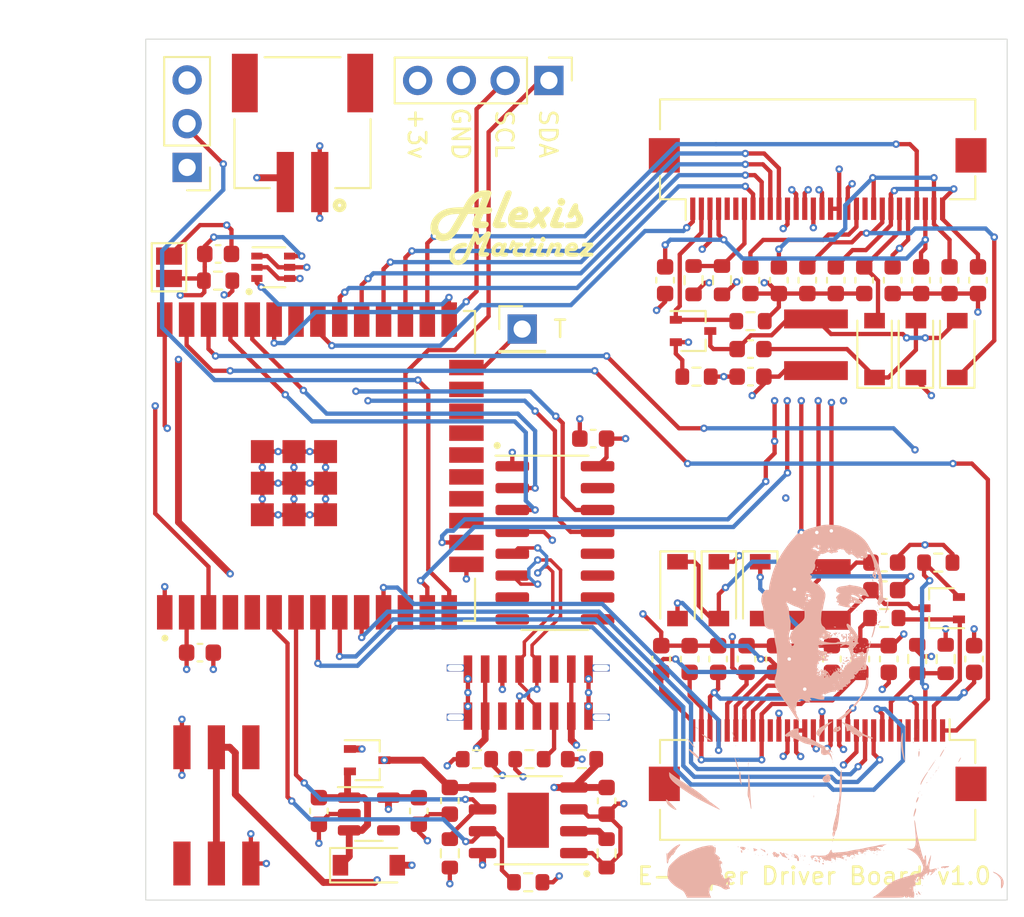
<source format=kicad_pcb>
(kicad_pcb (version 20211014) (generator pcbnew)
  (layers (0 "F.Cu" signal) (1 "In1.Cu" power "GND") (2 "In2.Cu" power "PWR") (31 "B.Cu" signal) (34 "B.Paste" user) (35 "F.Paste" user) (36 "B.SilkS" user "B.Silkscreen") (37 "F.SilkS" user "F.Silkscreen") (38 "B.Mask" user) (39 "F.Mask" user) (44 "Edge.Cuts" user))
  (net 0 "")
  (net 1 "GND")
  (net 2 "/VSHR M1S1")
  (net 3 "/VSHR M2S2")
  (net 4 "+3V3")
  (net 5 "/RESET{slash}EN")
  (net 6 "Net-(C5-Pad2)")
  (net 7 "Net-(C6-Pad2)")
  (net 8 "/VSH M1S1")
  (net 9 "/VSH M2S2")
  (net 10 "/VGH M1")
  (net 11 "/VGH M2")
  (net 12 "/VSL M1S1")
  (net 13 "/VSL M2S2")
  (net 14 "/VGL M1")
  (net 15 "/VGL M2")
  (net 16 "/VCOM M1M2")
  (net 17 "/+5V LDO IN")
  (net 18 "/SW_IN")
  (net 19 "Net-(C26-Pad1)")
  (net 20 "Net-(C26-Pad2)")
  (net 21 "Net-(C27-Pad1)")
  (net 22 "Net-(C27-Pad2)")
  (net 23 "+BATT")
  (net 24 "VBUS")
  (net 25 "/CS M1")
  (net 26 "/GDR1")
  (net 27 "/RESE1")
  (net 30 "Net-(J1-Pad7)")
  (net 31 "/BUSY M1")
  (net 32 "/RST 1")
  (net 33 "/DC 1")
  (net 34 "/CS S1")
  (net 35 "/CLK")
  (net 36 "/DIN")
  (net 37 "/LSYNC")
  (net 38 "/M1M2 SYNC")
  (net 40 "/BUSY S1")
  (net 41 "/CS S2")
  (net 42 "/GDR2")
  (net 43 "/RESE2")
  (net 46 "Net-(J2-Pad7)")
  (net 47 "/BUSY M2")
  (net 48 "/RST 2")
  (net 49 "/DC 2")
  (net 50 "/CS M2")
  (net 51 "/M2M1 SYNC")
  (net 53 "/BUSY S2")
  (net 54 "/I^{2}C SDA")
  (net 55 "/I^{2}C SCL")
  (net 56 "/WS2812B Data")
  (net 59 "/RTS")
  (net 60 "/DTR")
  (net 61 "/IO0")
  (net 62 "/IO34")
  (net 63 "/CC2")
  (net 64 "/CC1")
  (net 65 "Net-(R14-Pad1)")
  (net 66 "/IO35")
  (net 78 "/TOUCH")
  (net 79 "/TX")
  (net 80 "/RX")
  (net 81 "/D+")
  (net 82 "/D-")
  (footprint "Capacitor_SMD:C_0603_1608Metric" (layer "F.Cu") (at 153.865298 106.4)
    (fp_text reference "C28" hide)
    (fp_text value "4.7uF")
  )
  (footprint "Package_TO_SOT_SMD:SOT-323_SC-70" (layer "F.Cu") (at 157.2 109.05 180)
    (fp_text reference "Q2" hide)
    (fp_text value "Sil308EDL")
  )
  (footprint "Package_SO:HTSOP-8-1EP_3.9x4.9mm_P1.27mm_EP2.4x3.2mm" (layer "F.Cu") (at 133.2 121.365 180)
    (fp_text reference "U4" hide)
    (fp_text value "TP4056")
  )
  (footprint "Capacitor_SMD:C_0603_1608Metric" (layer "F.Cu") (at 152.4765 112 -90)
    (fp_text reference "C7" hide)
    (fp_text value "1uF")
  )
  (footprint "Capacitor_SMD:C_0603_1608Metric" (layer "F.Cu") (at 146.098 90 90)
    (fp_text reference "C6" hide)
    (fp_text value "1uF")
  )
  (footprint "S2B-PH-SM4-TB:JST_S2B-PH-SM4-TB(LF)(SN)" (layer "F.Cu") (at 120.1 84.3 180)
    (fp_text reference "J6" hide)
    (fp_text value "S2B-PH-SM4")
  )
  (footprint "Capacitor_SMD:C_0603_1608Metric" (layer "F.Cu") (at 154.353 90 90)
    (fp_text reference "C17" hide)
    (fp_text value "1uF")
  )
  (footprint "Capacitor_SMD:C_0603_1608Metric" (layer "F.Cu") (at 147.5235 112 -90)
    (fp_text reference "C14" hide)
    (fp_text value "1uF")
  )
  (footprint "Resistor_SMD:R_0603_1608Metric" (layer "F.Cu") (at 133.271429 117.815 180)
    (fp_text reference "R13" hide)
    (fp_text value "5.1k")
  )
  (footprint "Connector_PinHeader_2.54mm:PinHeader_1x04_P2.54mm_Vertical" (layer "F.Cu") (at 134.4 78.4 -90)
    (fp_text reference "J4" hide)
    (fp_text value "Conn_01x04")
  )
  (footprint "AFC24-S30FIC-00:Hirose_FH12-30S-0.5SH_1x30-1MP_P0.50mm_Horizontal" (layer "F.Cu") (at 150 118)
    (fp_text reference "J1" hide)
    (fp_text value "Conn_01x30")
  )
  (footprint "Capacitor_SMD:C_0603_1608Metric" (layer "F.Cu") (at 150.8255 112 -90)
    (fp_text reference "C9" hide)
    (fp_text value "1uF")
  )
  (footprint "Resistor_SMD:R_0603_1608Metric" (layer "F.Cu") (at 128.65 123.285 90)
    (fp_text reference "R15" hide)
    (fp_text value "10k")
  )
  (footprint "Capacitor_SMD:C_0603_1608Metric" (layer "F.Cu") (at 136.97 99.2 180)
    (fp_text reference "C13" hide)
    (fp_text value "100nF")
  )
  (footprint "Capacitor_SMD:C_0603_1608Metric" (layer "F.Cu") (at 152.702 90 90)
    (fp_text reference "C15" hide)
    (fp_text value "1uF")
  )
  (footprint "Capacitor_SMD:C_0603_1608Metric" (layer "F.Cu") (at 151.051 90 90)
    (fp_text reference "C12" hide)
    (fp_text value "1uF")
  )
  (footprint "Resistor_SMD:R_0603_1608Metric" (layer "F.Cu") (at 157 106.4 180)
    (fp_text reference "R7" hide)
    (fp_text value "1R")
  )
  (footprint "Package_TO_SOT_SMD:SOT-323_SC-70" (layer "F.Cu") (at 123.85 117.875)
    (fp_text reference "Q4" hide)
    (fp_text value "WST2005")
  )
  (footprint "ESP32-WROOM-32D:MODULE_ESP32-WROOM-32D" (layer "F.Cu") (at 117.3625 100.7875 90)
    (fp_text reference "U1" hide)
    (fp_text value "ESP32-WROOM-32D")
  )
  (footprint "Resistor_SMD:R_0603_1608Metric" (layer "F.Cu") (at 155.7785 112 -90)
    (fp_text reference "R4" hide)
    (fp_text value "10k")
  )
  (footprint "Capacitor_SMD:C_0603_1608Metric" (layer "F.Cu") (at 156.004 90 90)
    (fp_text reference "C19" hide)
    (fp_text value "1uF")
  )
  (footprint "TK-6580S-1:TK-6580S-1" (layer "F.Cu") (at 115.1 120.5 90)
    (fp_text reference "SW1" hide)
    (fp_text value "SW_DPDT_x2")
  )
  (footprint "Diode_SMD:D_SOD-123" (layer "F.Cu") (at 155.702054 94 90)
    (fp_text reference "D7" hide)
    (fp_text value "D")
  )
  (footprint "Diode_SMD:D_SOD-123" (layer "F.Cu") (at 144.265298 108 -90)
    (fp_text reference "D4" hide)
    (fp_text value "D")
  )
  (footprint "Resistor_SMD:R_0603_1608Metric" (layer "F.Cu") (at 142.796 90 90)
    (fp_text reference "R3" hide)
    (fp_text value "3R")
  )
  (footprint "Resistor_SMD:R_0603_1608Metric" (layer "F.Cu") (at 136.321429 117.815 180)
    (fp_text reference "R10" hide)
    (fp_text value "10k")
  )
  (footprint "Capacitor_SMD:C_0603_1608Metric" (layer "F.Cu") (at 115.2 88.475)
    (fp_text reference "C4" hide)
    (fp_text value "100nF")
  )
  (footprint "Diode_SMD:D_SOD-123" (layer "F.Cu") (at 141.865298 108 -90)
    (fp_text reference "D3" hide)
    (fp_text value "D")
  )
  (footprint "Jumper:SolderJumper-2_P1.3mm_Open_Pad1.0x1.5mm" (layer "F.Cu") (at 112.35 89.25 90)
    (fp_text reference "JP1" hide)
    (fp_text value "SolderJumper_2_Open")
  )
  (footprint "Capacitor_SMD:C_0603_1608Metric" (layer "F.Cu") (at 153.865298 108)
    (fp_text reference "C26" hide)
    (fp_text value "4.7uF")
  )
  (footprint "Diode_SMD:D_SOD-123" (layer "F.Cu") (at 146.665298 108 -90)
    (fp_text reference "D2" hide)
    (fp_text value "D")
  )
  (footprint "Capacitor_SMD:C_0603_1608Metric" (layer "F.Cu") (at 126.85 120.825 -90)
    (fp_text reference "C25" hide)
    (fp_text value "10uF")
  )
  (footprint "Resistor_SMD:R_0603_1608Metric" (layer "F.Cu") (at 142.967352 95.6 180)
    (fp_text reference "R9" hide)
    (fp_text value "1R")
  )
  (footprint "Connector_PinHeader_2.54mm:PinHeader_1x01_P2.54mm_Vertical" (layer "F.Cu") (at 132.85 92.8375)
    (fp_text reference "J3" hide)
    (fp_text value "Conn_01x01")
  )
  (footprint "Capacitor_SMD:C_0603_1608Metric" (layer "F.Cu") (at 146.102054 94)
    (fp_text reference "C27" hide)
    (fp_text value "4.7uF")
  )
  (footprint "Resistor_SMD:R_0603_1608Metric" (layer "F.Cu") (at 137.75 123.285 -90)
    (fp_text reference "R14" hide)
    (fp_text value "1.2k")
  )
  (footprint "L_WPN4020H100MT:L_WPN4020H100MT" (layer "F.Cu") (at 149.902054 93.75 180)
    (fp_text reference "L2" hide)
    (fp_text value "10uH")
  )
  (footprint "Diode_SMD:D_SOD-123" (layer "F.Cu") (at 158.102054 94 90)
    (fp_text reference "D5" hide)
    (fp_text value "D")
  )
  (footprint "Capacitor_SMD:C_0603_1608Metric" (layer "F.Cu") (at 157.655 90 90)
    (fp_text reference "C21" hide)
    (fp_text value "1uF")
  )
  (footprint "Capacitor_SMD:C_0603_1608Metric" (layer "F.Cu") (at 141.145 90 90)
    (fp_text reference "C2" hide)
    (fp_text value "1uF")
  )
  (footprint "Package_SO:SOIC-16_3.9x9.9mm_P1.27mm" (layer "F.Cu") (at 134.75 105.25)
    (fp_text reference "U2" hide)
    (fp_text value "CH340C")
  )
  (footprint "Capacitor_SMD:C_0603_1608Metric" (layer "F.Cu") (at 147.749 90 90)
    (fp_text reference "C8" hide)
    (fp_text value "1uF")
  )
  (footprint "Resistor_SMD:R_0603_1608Metric" (layer "F.Cu") (at 157.4295 112 -90)
    (fp_text reference "R2" hide)
    (fp_text value "3R")
  )
  (footprint "Capacitor_SMD:C_0603_1608Metric" (layer "F.Cu") (at 149.4 90 90)
    (fp_text reference "C10" hide)
    (fp_text value "1uF")
  )
  (footprint "Connector_PinHeader_2.54mm:PinHeader_1x03_P2.54mm_Vertical" (layer "F.Cu") (at 113.4 83.45 180)
    (fp_text reference "J5" hide)
    (fp_text value "Conn_01x03")
  )
  (footprint "Capacitor_SMD:C_0603_1608Metric" (layer "F.Cu") (at 159.306 90 90)
    (fp_text reference "C23" hide)
    (fp_text value "1uF")
  )
  (footprint "Diode_SMD:D_SOD-123" (layer "F.Cu") (at 153.302054 94 90)
    (fp_text reference "D6" hide)
    (fp_text value "D")
  )
  (footprint "Capacitor_SMD:C_0603_1608Metric" (layer "F.Cu") (at 140.9195 112 -90)
    (fp_text reference "C22" hide)
    (fp_text value "1uF")
  )
  (footprint "Package_TO_SOT_SMD:SOT-23-5" (layer "F.Cu") (at 123.95 121)
    (fp_text reference "U3" hide)
    (fp_text value "ME6217C33M5G")
  )
  (footprint "Capacitor_SMD:C_0603_1608Metric" (layer "F.Cu") (at 121.05 120.825 -90)
    (fp_text reference "C24" hide)
    (fp_text value "10uF")
  )
  (footprint "Capacitor_SMD:C_0603_1608Metric" (layer "F.Cu") (at 128.65 120.235 -90)
    (fp_text reference "C30" hide)
    (fp_text value "10uF")
  )
  (footprint "Resistor_SMD:R_0603_1608Metric" (layer "F.Cu") (at 144.447 90 90)
    (fp_text reference "R5" hide)
    (fp_text value "10k")
  )
  (footprint "Capacitor_SMD:C_0603_1608Metric" (layer "F.Cu") (at 154.1275 112 -90)
    (fp_text reference "C5" hide)
    (fp_text value "1uF")
  )
  (footprint "Capacitor_SMD:C_0603_1608Metric" (layer "F.Cu") (at 146.102054 95.6 180)
    (fp_text reference "C29" hide)
    (fp_text value "4.7uF")
  )
  (footprint "Capacitor_SMD:C_0603_1608Metric" (layer "F.Cu") (at 144.2215 112 -90)
    (fp_text reference "C18" hide)
    (fp_text value "1uF")
  )
  (footprint "Capacitor_SMD:C_0603_1608Metric" (layer "F.Cu") (at 159.0805 112 -90)
    (fp_text reference "C1" hide)
    (fp_text value "1uF")
  )
  (footprint "Resistor_SMD:R_0603_1608Metric" (layer "F.Cu") (at 115.2 90.025 180)
    (fp_text reference "R1" hide)
    (fp_text value "10k")
  )
  (footprint "LOGO" (layer "F.Cu") (at 131.970746 86.942998)
    (fp_text reference "G***" hide)
    (fp_text value "LOGO" hide)
  )
  (footprint "Capacitor_SMD:C_0603_1608Metric" (layer "F.Cu") (at 142.5705 112 -90)
    (fp_text reference "C20" hide)
    (fp_text value "1uF")
  )
  (footprint "MC-110LS-L100_USBC:MC-110LS-L100" (layer "F.Cu") (at 133.2 113.95 90)
    (fp_text reference "USB1" hide)
    (fp_text value "USB_C_MC-110LS-L100")
  )
  (footprint "Capacitor_SMD:C_0603_1608Metric" (layer "F.Cu") (at 137.75 120.235 -90)
    (fp_text reference "C31" hide)
    (fp_text value "10uF")
  )
  (footprint "Capacitor_SMD:C_0603_1608Metric" (layer "F.Cu") (at 149.1745 112 -90)
    (fp_text reference "C11" hide)
    (fp_text value "1uF")
  )
  (footprint "Resistor_SMD:R_0603_1608Metric" (layer "F.Cu") (at 153.865298 109.62)
    (fp_text reference "R6" hide)
    (fp_text value "10k")
  )
  (footprint "Resistor_SMD:R_0603_1608Metric" (layer "F.Cu") (at 146.102054 92.38 180)
    (fp_text reference "R8" hide)
    (fp_text value "10k")
  )
  (footprint "Resistor_SMD:R_0603_1608Metric" (layer "F.Cu") (at 130.221429 117.815 180)
    (fp_text reference "R12" hide)
    (fp_text value "5.1k")
  )
  (footprint "Package_TO_SOT_SMD:SOT-363_SC-70-6" (layer "F.Cu") (at 118.4 89.25)
    (fp_text reference "Q1" hide)
    (fp_text value "UMH3N")
  )
  (footprint "Package_TO_SOT_SMD:SOT-323_SC-70" (layer "F.Cu") (at 142.767352 92.95)
    (fp_text reference "Q3" hide)
    (fp_text value "Sil308EDL")
  )
  (footprint "Capacitor_SMD:C_0603_1608Metric" (layer "F.Cu") (at 114.1475 111.63)
    (fp_text reference "C3" hide)
    (fp_text value "100nF")
  )
  (footprint "AFC24-S30FIC-00:Hirose_FH12-30S-0.5SH_1x30-1MP_P0.50mm_Horizontal" (layer "F.Cu") (at 150 84 180)
    (fp_text reference "J2" hide)
    (fp_text value "Conn_01x30")
  )
  (footprint "Resistor_SMD:R_0603_1608Metric" (layer "F.Cu") (at 133.2 124.965 180)
    (fp_text reference "R11" hide)
    (fp_text value "10k")
  )
  (footprint "L_WPN4020H100MT:L_WPN4020H100MT" (layer "F.Cu") (at 150.065298 108.25)
    (fp_text reference "L1" hide)
    (fp_text value "10uH")
  )
  (footprint "Capacitor_SMD:C_0603_1608Metric" (layer "F.Cu") (at 145.8725 112 -90)
    (fp_text reference "C16" hide)
    (fp_text value "1uF")
  )
  (footprint "Diode_SMD:D_SOD-123" (layer "F.Cu") (at 123.95 123.975)
    (fp_text reference "D1" hide)
    (fp_text value "D_Shotkey")
  )
  (footprint "LOGO" (layer "B.Cu") (at 151 115 180)
    (fp_text reference "G***" hide)
    (fp_text value "LOGO" hide)
  )
  (gr_circle (center 136.6 124.47) (end 136.73 124.47) (layer "F.SilkS") (width 0.15) (fill solid))
  (gr_circle (center 117 90.67) (end 117.13 90.67) (layer "F.SilkS") (width 0.15) (fill solid))
  (gr_circle (center 131.4 99.6) (end 131.53 99.6) (layer "F.SilkS") (width 0.15) (fill solid))
  (gr_rect (start 111 76) (end 161 126) (layer "Edge.Cuts") (width 0.05) (fill none))
  (gr_text "SDA" (at 134.35 81.5 270) (layer "F.SilkS") (effects (font (size 1 1))))
  (gr_text "+3v" (at 126.73 81.5 270) (layer "F.SilkS") (effects (font (size 1 1))))
  (gr_text "T" (at 135.05 92.8375) (layer "F.SilkS") (effects (font (size 1 1))))
  (gr_text "E-Paper Driver Board v1.0" (at 149.8 124.6) (layer "F.SilkS") (effects (font (size 1 1))))
  (gr_text "SCL" (at 131.81 81.5 270) (layer "F.SilkS") (effects (font (size 1 1))))
  (gr_text "GND" (at 129.27 81.5 270) (layer "F.SilkS") (effects (font (size 1 1))))
  (segment (start 154.325 111.225) (end 155 110.55) (width 0.25) (layer "F.Cu") (net 1))
  (segment (start 152.4765 111.225) (end 152.4765 110.183798) (width 0.25) (layer "F.Cu") (net 1))
  (segment (start 112.1025 98.4525) (end 112.25 98.6) (width 0.25) (layer "F.Cu") (net 1))
  (segment (start 136.7 113.15) (end 136.7 113.9) (width 0.25) (layer "F.Cu") (net 1))
  (segment (start 150.8255 111.225) (end 152.4765 111.225) (width 0.25) (layer "F.Cu") (net 1))
  (segment (start 119.6025 103.6225) (end 119.6025 102.705) (width 0.25) (layer "F.Cu") (net 1))
  (segment (start 152.4765 111.225) (end 154.1275 111.225) (width 0.25) (layer "F.Cu") (net 1))
  (segment (start 138.36 120.4) (end 137.75 121.01) (width 0.25) (layer "F.Cu") (net 1))
  (segment (start 145.8725 111.225) (end 149.1745 111.225) (width 0.25) (layer "F.Cu") (net 1))
  (segment (start 149.1745 111.225) (end 150.8255 111.225) (width 0.25) (layer "F.Cu") (net 1))
  (segment (start 117.7675 100.87) (end 117.7675 101.7875) (width 0.25) (layer "F.Cu") (net 1))
  (segment (start 146.9 90.15) (end 147.124 90.15) (width 0.25) (layer "F.Cu") (net 1))
  (segment (start 147.749 91.558054) (end 146.927054 92.38) (width 0.25) (layer "F.Cu") (net 1))
  (segment (start 112.1025 92.2875) (end 112.1025 98.4525) (width 0.25) (layer "F.Cu") (net 1))
  (segment (start 157.29 105.37) (end 156.23 105.37) (width 0.25) (layer "F.Cu") (net 1))
  (segment (start 121.1 86.4) (end 121.1 84.3) (width 0.25) (layer "F.Cu") (net 1))
  (segment (start 118.685 99.9525) (end 119.6025 99.9525) (width 0.25) (layer "F.Cu") (net 1))
  (segment (start 128.885 117.815) (end 128.5 118.2) (width 0.25) (layer "F.Cu") (net 1))
  (segment (start 136.195 98.05) (end 136.195 99.2) (width 0.25) (layer "F.Cu") (net 1))
  (segment (start 146.098 90.775) (end 152.702 90.775) (width 0.25) (layer "F.Cu") (net 1))
  (segment (start 117.7675 101.7875) (end 118.685 101.7875) (width 0.25) (layer "F.Cu") (net 1))
  (segment (start 121.4375 102.705) (end 121.4375 101.7875) (width 0.25) (layer "F.Cu") (net 1))
  (segment (start 157.825 105.905) (end 157.29 105.37) (width 0.25) (layer "F.Cu") (net 1))
  (segment (start 144.55 95.6) (end 145.327054 95.6) (width 0.25) (layer "F.Cu") (net 1))
  (segment (start 112.1025 107.8) (end 112.1025 109.2875) (width 0.25) (layer "F.Cu") (net 1))
  (segment (start 147.124 90.15) (end 147.749 90.775) (width 0.25) (layer "F.Cu") (net 1))
  (segment (start 121.4375 100.87) (end 121.4375 99.9525) (width 0.25) (layer "F.Cu") (net 1))
  (segment (start 138.55 121.81) (end 137.75 121.01) (width 0.25) (layer "F.Cu") (net 1))
  (segment (start 121.4375 102.705) (end 121.4375 103.6225) (width 0.25) (layer "F.Cu") (net 1))
  (segment (start 147.749 90.775) (end 147.749 91.558054) (width 0.25) (layer "F.Cu") (net 1))
  (segment (start 143.792352 95.6) (end 144.55 95.6) (width 0.25) (layer "F.Cu") (net 1))
  (segment (start 144.2215 111.225) (end 140.9195 111.225) (width 0.25) (layer "F.Cu") (net 1))
  (segment (start 127.44 121.01) (end 126.85 121.6) (width 0.25) (layer "F.Cu") (net 1))
  (segment (start 117.7675 99.9525) (end 117.7675 100.87) (width 0.25) (layer "F.Cu") (net 1))
  (segment (start 126.85 121.6) (end 126.85 122.05) (width 0.25) (layer "F.Cu") (net 1))
  (segment (start 120.52 99.9525) (end 119.6025 99.9525) (width 0.25) (layer "F.Cu") (net 1))
  (segment (start 143.7 90.15) (end 143.471 90.15) (width 0.25) (layer "F.Cu") (net 1))
  (segment (start 119.6025 100.87) (end 119.6025 101.7875) (width 0.25) (layer "F.Cu") (net 1))
  (segment (start 129.7 113.15) (end 129.7 113.9) (width 0.25) (layer "F.Cu") (net 1))
  (segment (start 118.685 103.6225) (end 119.6025 103.6225) (width 0.25) (layer "F.Cu") (net 1))
  (segment (start 155.36 105.37) (end 154.640298 106.089702) (width 0.25) (layer "F.Cu") (net 1))
  (segment (start 154.640298 106.089702) (end 154.640298 106.4) (width 0.25) (layer "F.Cu") (net 1))
  (segment (start 120.52 103.6225) (end 121.4375 103.6225) (width 0.25) (layer "F.Cu") (net 1))
  (segment (start 136.91 123.27) (end 137.75 124.11) (width 0.25) (layer "F.Cu") (net 1))
  (segment (start 141.145 90.775) (end 141.145 91.255) (width 0.25) (layer "F.Cu") (net 1))
  (segment (start 148.25 117.4) (end 148.25 116.15) (width 0.25) (layer "F.Cu") (net 1))
  (segment (start 120.52 99.9525) (end 121.4375 99.9525) (width 0.25) (layer "F.Cu") (net 1))
  (segment (start 140.9195 111.225) (end 140.9195 110.4395) (width 0.25) (layer "F.Cu") (net 1))
  (segment (start 159.3 91.85) (end 159.306 91.844) (width 0.25) (layer "F.Cu") (net 1))
  (segment (start 136.7 113.9) (end 136.7 114.75) (width 0.25) (layer "F.Cu") (net 1))
  (segment (start 117.7675 102.705) (end 117.7675 103.6225) (width 0.25) (layer "F.Cu") (net 1))
  (segment (start 141.145 91.255) (end 140.65 91.75) (width 0.25) (layer "F.Cu") (net 1))
  (segment (start 115.7 86.8) (end 115.975 87.075) (width 0.25) (layer "F.Cu") (net 1))
  (segment (start 136.7 121.15) (end 137.61 121.15) (width 0.25) (layer "F.Cu") (net 1))
  (segment (start 129.6125 106.5025) (end 129.6125 107.35) (width 0.25) (layer "F.Cu") (net 1))
  (segment (start 120.52 101.7875) (end 121.4375 101.7875) (width 0.25) (layer "F.Cu") (net 1))
  (segment (start 151.75 84.65) (end 151.75 85.85) (width 0.25) (layer "F.Cu") (net 1))
  (segment (start 157.4295 110.25) (end 157.4295 111.175) (width 0.25) (layer "F.Cu") (net 1))
  (segment (start 121.05 121.6) (end 121.05 122.7) (width 0.25) (layer "F.Cu") (net 1))
  (segment (start 159.306 91.844) (end 159.306 90.775) (width 0.25) (layer "F.Cu") (net 1))
  (segment (start 120.52 101.7875) (end 119.6025 101.7875) (width 0.25) (layer "F.Cu") (net 1))
  (segment (start 129.396429 117.815) (end 128.885 117.815) (width 0.25) (layer "F.Cu") (net 1))
  (segment (start 129.7 113.9) (end 129.7 114.75) (width 0.25) (layer "F.Cu") (net 1))
  (segment (start 157.825 106.4) (end 157.825 105.905) (width 0.25) (layer "F.Cu") (net 1))
  (segment (start 115.975 87.075) (end 115.975 88.475) (width 0.25) (layer "F.Cu") (net 1))
  (segment (start 159.0805 110.25) (end 159.0805 111.225) (width 0.25) (layer "F.Cu") (net 1))
  (segment (start 118.685 101.7875) (end 119.6025 101.7875) (width 0.25) (layer "F.Cu") (net 1))
  (segment (start 154.353 90.775) (end 159.125 90.775) (width 0.25) (layer "F.Cu") (net 1))
  (segment (start 132.275 100) (end 132.275 100.805) (width 0.25) (layer "F.Cu") (net 1))
  (segment (start 148 117.65) (end 148.25 117.4) (width 0.25) (layer "F.Cu") (net 1))
  (segment (start 115.7 86.8) (end 114.15 86.8) (width 0.25) (layer "F.Cu") (net 1))
  (segment (start 114.9225 111.63) (end 114.9225 112.6) (width 0.25) (layer "F.Cu") (net 1))
  (segment (start 138.55 123.31) (end 138.55 121.81) (width 0.25) (layer "F.Cu") (net 1))
  (segment (start 135.496429 117.815) (end 136.321429 117.815) (width 0.25) (layer "F.Cu") (net 1))
  (segment (start 119.6025 101.7875) (end 119.6025 102.705) (width 0.25) (layer "F.Cu") (net 1))
  (segment (start 119.6025 99.9525) (end 119.6025 100.87) (width 0.25) (layer "F.Cu") (net 1))
  (segment (start 155.702054 95.802054) (end 156.6 96.7) (width 0.25) (layer "F.Cu") (net 1))
  (segment (start 117.7675 103.6225) (end 118.685 103.6225) (width 0.25) (layer "F.Cu") (net 1))
  (segment (start 114.15 86.8) (end 112.35 88.6) (width 0.25) (layer "F.Cu") (net 1))
  (segment (start 119.6025 103.6225) (end 120.52 103.6225) (width 0.25) (layer "F.Cu") (net 1))
  (segment (start 117.7675 99.9525) (end 118.685 99.9525) (width 0.25) (layer "F.Cu") (net 1))
  (segment (start 137.75 124.11) (end 138.55 123.31) (width 0.25) (layer "F.Cu") (net 1))
  (segment (start 145.1 106.35) (end 145.45 106) (width 0.25) (layer "F.Cu") (net 1))
  (segment (start 121.65 121) (end 121.05 121.6) (width 0.25) (layer "F.Cu") (net 1))
  (segment (start 156.23 105.37) (end 155.36 105.37) (width 0.25) (layer "F.Cu") (net 1))
  (segment (start 126.85 122.05) (end 127.35 122.55) (width 0.25) (layer "F.Cu") (net 1))
  (segment (start 128.65 121.01) (end 127.44 121.01) (width 0.25) (layer "F.Cu") (net 1))
  (segment (start 122.8125 121) (end 121.65 121) (width 0.25) (layer "F.Cu") (net 1))
  (segment (start 144.265298 106.35) (end 145.1 106.35) (width 0.25) (layer "F.Cu") (net 1))
  (segment (start 135.85 123.27) (end 136.91 123.27) (width 0.25) (layer "F.Cu") (net 1))
  (segment (start 152 84.4) (end 151.75 84.65) (width 0.25) (layer "F.Cu") (net 1))
  (segment (start 121.4375 100.87) (end 121.4375 101.7875) (width 0.25) (layer "F.Cu") (net 1))
  (segment (start 136.28 120.73) (end 136.7 121.15) (width 0.25) (layer "F.Cu") (net 1))
  (segment (start 138.75 120.4) (end 138.36 120.4) (width 0.25) (layer "F.Cu") (net 1))
  (segment (start 143.471 90.15) (end 142.796 90.825) (width 0.25) (layer "F.Cu") (net 1))
  (segment (start 121.1 82.2) (end 121.1 84.3) (width 0.25) (layer "F.Cu") (net 1))
  (segment (start 132.9 118.8455) (end 132.446429 118.391929) (width 0.25) (layer "F.Cu") (net 1))
  (segment (start 132.446429 118.391929) (end 132.446429 117.815) (width 0.25) (layer "F.Cu") (net 1))
  (segment (start 152.4765 110.183798) (end 153.040298 109.62) (width 0.25) (layer "F.Cu") (net 1))
  (segment (start 140.9195 110.4395) (end 139.86 109.38) (width 0.25) (layer "F.Cu") (net 1))
  (segment (start 117.7675 102.705) (end 117.7675 101.7875) (width 0.25) (layer "F.Cu") (net 1))
  (via (at 156.6 96.7) (size 0.43) (drill 0.2) (layers "F.Cu" "B.Cu") (net 1))
  (via (at 136.321429 117.815) (size 0.43) (drill 0.2) (layers "F.Cu" "B.Cu") (net 1))
  (via (at 146.9 90.15) (size 0.43) (drill 0.2) (layers "F.Cu" "B.Cu") (net 1))
  (via (at 128.5 118.2) (size 0.43) (drill 0.2) (layers "F.Cu" "B.Cu") (net 1))
  (via (at 159.3 91.85) (size 0.43) (drill 0.2) (layers "F.Cu" "B.Cu") (net 1))
  (via (at 138.75 120.4) (size 0.43) (drill 0.2) (layers "F.Cu" "B.Cu") (net 1))
  (via (at 157.4295 110.25) (size 0.43) (drill 0.2) (layers "F.Cu" "B.Cu") (net 1))
  (via (at 139.86 109.38) (size 0.43) (drill 0.2) (layers "F.Cu" "B.Cu") (net 1))
  (via (at 136.7 113.95) (size 0.43) (drill 0.2) (layers "F.Cu" "B.Cu") (net 1))
  (via (at 144.55 95.6) (size 0.43) (drill 0.2) (layers "F.Cu" "B.Cu") (net 1))
  (via (at 112.1025 107.8) (size 0.43) (drill 0.2) (layers "F.Cu" "B.Cu") (net 1))
  (via (at 152 84.4) (size 0.43) (drill 0.2) (layers "F.Cu" "B.Cu") (net 1))
  (via (at 112.25 98.6) (size 0.43) (drill 0.2) (layers "F.Cu" "B.Cu") (net 1))
  (via (at 155 110.55) (size 0.43) (drill 0.2) (layers "F.Cu" "B.Cu") (net 1))
  (via (at 156.23 105.37) (size 0.43) (drill 0.2) (layers "F.Cu" "B.Cu") (net 1))
  (via (at 129.7 113.15) (size 0.43) (drill 0.2) (layers "F.Cu" "B.Cu") (net 1))
  (via (at 140.65 91.75) (size 0.43) (drill 0.2) (layers "F.Cu" "B.Cu") (net 1))
  (via (at 159.0805 110.25) (size 0.43) (drill 0.2) (layers "F.Cu" "B.Cu") (net 1))
  (via (at 115.7 86.8) (size 0.43) (drill 0.2) (layers "F.Cu" "B.Cu") (net 1))
  (via (at 132.275 100) (size 0.43) (drill 0.2) (layers "F.Cu" "B.Cu") (net 1))
  (via (at 136.7 113.15) (size 0.43) (drill 0.2) (layers "F.Cu" "B.Cu") (net 1))
  (via (at 136.195 98.05) (size 0.43) (drill 0.2) (layers "F.Cu" "B.Cu") (net 1))
  (via (at 129.7 113.95) (size 0.43) (drill 0.2) (layers "F.Cu" "B.Cu") (net 1))
  (via (at 143.7 90.15) (size 0.43) (drill 0.2) (layers "F.Cu" "B.Cu") (net 1))
  (via (at 127.35 122.55) (size 0.43) (drill 0.2) (layers "F.Cu" "B.Cu") (net 1))
  (via (at 121.1 82.2) (size 0.43) (drill 0.2) (layers "F.Cu" "B.Cu") (net 1))
  (via (at 114.9225 112.6) (size 0.43) (drill 0.2) (layers "F.Cu" "B.Cu") (net 1))
  (via (at 148 117.65) (size 0.43) (drill 0.2) (layers "F.Cu" "B.Cu") (net 1))
  (via (at 132.9 118.8455) (size 0.43) (drill 0.2) (layers "F.Cu" "B.Cu") (net 1))
  (via (at 129.6125 107.35) (size 0.43) (drill 0.2) (layers "F.Cu" "B.Cu") (net 1))
  (via (at 129.7 114.75) (size 0.43) (drill 0.2) (layers "F.Cu" "B.Cu") (net 1))
  (via (at 121.05 122.7) (size 0.43) (drill 0.2) (layers "F.Cu" "B.Cu") (net 1))
  (via (at 145.45 106) (size 0.43) (drill 0.2) (layers "F.Cu" "B.Cu") (net 1))
  (via (at 121.1 86.4) (size 0.43) (drill 0.2) (layers "F.Cu" "B.Cu") (net 1))
  (via (at 136.7 114.75) (size 0.43) (drill 0.2) (layers "F.Cu" "B.Cu") (net 1))
  (segment (start 155.4 114.3) (end 155.75 114.65) (width 0.25) (layer "F.Cu") (net 2))
  (segment (start 158.5 113.95) (end 159.0805 113.3695) (width 0.25) (layer "F.Cu") (net 2))
  (segment (start 143.75 114.2) (end 143.75 116.15) (width 0.25) (layer "F.Cu") (net 2))
  (segment (start 144.2215 113.7285) (end 144 113.95) (width 0.25) (layer "F.Cu") (net 2))
  (segment (start 159.0805 113.3695) (end 159.0805 112.775) (width 0.25) (layer "F.Cu") (net 2))
  (segment (start 155.75 114.65) (end 155.75 116.15) (width 0.25) (layer "F.Cu") (net 2))
  (segment (start 144.2215 112.775) (end 144.2215 113.7285) (width 0.25) (layer "F.Cu") (net 2))
  (segment (start 144 113.95) (end 143.75 114.2) (width 0.25) (layer "F.Cu") (net 2))
  (via (at 144 113.95) (size 0.43) (drill 0.2) (layers "F.Cu" "B.Cu") (net 2))
  (via (at 155.4 114.3) (size 0.43) (drill 0.2) (layers "F.Cu" "B.Cu") (net 2))
  (via (at 158.5 113.95) (size 0.43) (drill 0.2) (layers "F.Cu" "B.Cu") (net 2))
  (segment (start 158.15 114.3) (end 158.5 113.95) (width 0.25) (layer "B.Cu") (net 2))
  (segment (start 155.4 114.3) (end 144.35 114.3) (width 0.25) (layer "B.Cu") (net 2))
  (segment (start 144.35 114.3) (end 144 113.95) (width 0.25) (layer "B.Cu") (net 2))
  (segment (start 155.4 114.3) (end 158.15 114.3) (width 0.25) (layer "B.Cu") (net 2))
  (segment (start 156 88.4) (end 156 89.221) (width 0.25) (layer "F.Cu") (net 3))
  (segment (start 144.55 87.65) (end 144.25 87.35) (width 0.25) (layer "F.Cu") (net 3))
  (segment (start 156.25 88.15) (end 156 88.4) (width 0.25) (layer "F.Cu") (net 3))
  (segment (start 144.25 87.35) (end 144.25 85.85) (width 0.25) (layer "F.Cu") (net 3))
  (segment (start 156.25 87.65) (end 156.25 88.15) (width 0.25) (layer "F.Cu") (net 3))
  (segment (start 156.25 85.85) (end 156.25 87.65) (width 0.25) (layer "F.Cu") (net 3))
  (segment (start 141.15 87.95) (end 141.15 89.22) (width 0.25) (layer "F.Cu") (net 3))
  (via (at 144.55 87.65) (size 0.43) (drill 0.2) (layers "F.Cu" "B.Cu") (net 3))
  (via (at 141.15 87.95) (size 0.43) (drill 0.2) (layers "F.Cu" "B.Cu") (net 3))
  (via (at 156.25 87.65) (size 0.43) (drill 0.2) (layers "F.Cu" "B.Cu") (net 3))
  (segment (start 141.45 87.65) (end 141.15 87.95) (width 0.25) (layer "B.Cu") (net 3))
  (segment (start 145.64 88.74) (end 144.55 87.65) (width 0.25) (layer "B.Cu") (net 3))
  (segment (start 156.25 87.65) (end 155.16 88.74) (width 0.25) (layer "B.Cu") (net 3))
  (segment (start 144.55 87.65) (end 141.45 87.65) (width 0.25) (layer "B.Cu") (net 3))
  (segment (start 155.16 88.74) (end 145.64 88.74) (width 0.25) (layer "B.Cu") (net 3))
  (segment (start 137.745 99.2) (end 137.745 100.285) (width 0.25) (layer "F.Cu") (net 4))
  (segment (start 115.55 90.85) (end 115.8 90.85) (width 0.25) (layer "F.Cu") (net 4))
  (segment (start 113.1 118.75) (end 113.1 117.125) (width 0.25) (layer "F.Cu") (net 4))
  (segment (start 151.9 106.75) (end 152.25 106.4) (width 0.25) (layer "F.Cu") (net 4))
  (segment (start 150.75 85.85) (end 151.25 85.85) (width 0.25) (layer "F.Cu") (net 4))
  (segment (start 113.1 115.5) (end 113.1 117.125) (width 0.25) (layer "F.Cu") (net 4))
  (segment (start 118 123.875) (end 117.1 123.875) (width 0.25) (layer "F.Cu") (net 4))
  (segment (start 150.065298 106.75) (end 150.065298 107.384702) (width 0.25) (layer "F.Cu") (net 4))
  (segment (start 146.877054 95.6) (end 146.877054 96.022946) (width 0.25) (layer "F.Cu") (net 4))
  (segment (start 134.115 104.615) (end 132.275 104.615) (width 0.25) (layer "F.Cu") (net 4))
  (segment (start 134.025 124.965) (end 134.635 124.965) (width 0.25) (layer "F.Cu") (net 4))
  (segment (start 148.75 116.15) (end 149.25 116.15) (width 0.25) (layer "F.Cu") (net 4))
  (segment (start 149.5 107.95) (end 148.65 107.95) (width 0.25) (layer "F.Cu") (net 4))
  (segment (start 115.8 90.85) (end 116.025 90.625) (width 0.25) (layer "F.Cu") (net 4))
  (segment (start 134.635 124.965) (end 135 124.6) (width 0.25) (layer "F.Cu") (net 4))
  (segment (start 148.1 95.25) (end 147.75 95.6) (width 0.25) (layer "F.Cu") (net 4))
  (segment (start 117.1 122.15) (end 117.1 123.875) (width 0.25) (layer "F.Cu") (net 4))
  (segment (start 152.25 106.4) (end 153.090298 106.4) (width 0.25) (layer "F.Cu") (net 4))
  (segment (start 128.65 124.11) (end 128.65 125.05) (width 0.25) (layer "F.Cu") (net 4))
  (segment (start 155.7785 111.175) (end 155.7785 111.5285) (width 0.25) (layer "F.Cu") (net 4))
  (segment (start 147.75 95.6) (end 146.877054 95.6) (width 0.25) (layer "F.Cu") (net 4))
  (segment (start 113.3725 109.2875) (end 113.3725 111.63) (width 0.25) (layer "F.Cu") (net 4))
  (segment (start 149.01 117.66) (end 148.75 117.4) (width 0.25) (layer "F.Cu") (net 4))
  (segment (start 149.902054 95.25) (end 148.1 95.25) (width 0.25) (layer "F.Cu") (net 4))
  (segment (start 148.75 117.4) (end 148.75 116.15) (width 0.25) (layer "F.Cu") (net 4))
  (segment (start 155.7785 111.5285) (end 156.1 111.85) (width 0.25) (layer "F.Cu") (net 4))
  (segment (start 116.025 90.625) (end 116.025 90.025) (width 0.25) (layer "F.Cu") (net 4))
  (segment (start 150.065298 107.384702) (end 149.5 107.95) (width 0.25) (layer "F.Cu") (net 4))
  (segment (start 145.3 90.1) (end 144.575 90.825) (width 0.25) (layer "F.Cu") (net 4))
  (segment (start 156.1 111.85) (end 156.6 111.85) (width 0.25) (layer "F.Cu") (net 4))
  (segment (start 150.065298 106.75) (end 151.9 106.75) (width 0.25) (layer "F.Cu") (net 4))
  (segment (start 113.3725 111.63) (end 113.3725 112.6) (width 0.25) (layer "F.Cu") (net 4))
  (segment (start 146.877054 96.022946) (end 146.2 96.7) (width 0.25) (layer "F.Cu") (net 4))
  (segment (start 137.745 99.2) (end 138.85 99.2) (width 0.25) (layer "F.Cu") (net 4))
  (segment (start 151.25 83.55) (end 151.25 85.85) (width 0.25) (layer "F.Cu") (net 4))
  (segment (start 137.745 100.285) (end 137.225 100.805) (width 0.25) (layer "F.Cu") (net 4))
  (segment (start 134.6 105.1) (end 134.115 104.615) (width 0.25) (layer "F.Cu") (net 4))
  (via (at 146.2 96.7) (size 0.43) (drill 0.2) (layers "F.Cu" "B.Cu") (net 4))
  (via (at 115.55 90.85) (size 0.43) (drill 0.2) (layers "F.Cu" "B.Cu") (net 4))
  (via (at 113.1 115.5) (size 0.43) (drill 0.2) (layers "F.Cu" "B.Cu") (net 4))
  (via (at 113.3725 112.6) (size 0.43) (drill 0.2) (layers "F.Cu" "B.Cu") (net 4))
  (via (at 128.65 125.05) (size 0.43) (drill 0.2) (layers "F.Cu" "B.Cu") (net 4))
  (via (at 134.6 105.1) (size 0.43) (drill 0.2) (layers "F.Cu" "B.Cu") (net 4))
  (via (at 145.3 90.1) (size 0.43) (drill 0.2) (layers "F.Cu" "B.Cu") (net 4))
  (via (at 117.1 122.15) (size 0.43) (drill 0.2) (layers "F.Cu" "B.Cu") (net 4))
  (via (at 113.1 118.75) (size 0.43) (drill 0.2) (layers "F.Cu" "B.Cu") (net 4))
  (via (at 138.85 99.2) (size 0.43) (drill 0.2) (layers "F.Cu" "B.Cu") (net 4))
  (via (at 135 124.6) (size 0.43) (drill 0.2) (layers "F.Cu" "B.Cu") (net 4))
  (via (at 156.6 111.85) (size 0.43) (drill 0.2) (layers "F.Cu" "B.Cu") (net 4))
  (via (at 148.65 107.95) (size 0.43) (drill 0.2) (layers "F.Cu" "B.Cu") (net 4))
  (via (at 118 123.875) (size 0.43) (drill 0.2) (layers "F.Cu" "B.Cu") (net 4))
  (via (at 151.25 83.55) (size 0.43) (drill 0.2) (layers "F.Cu" "B.Cu") (net 4))
  (via (at 149.01 117.66) (size 0.43) (drill 0.2) (layers "F.Cu" "B.Cu") (net 4))
  (segment (start 114.6425 106.6425) (end 111.55 103.55) (width 0.25) (layer "F.Cu") (net 5))
  (segment (start 114.6425 109.2875) (end 114.6425 106.6425) (width 0.25) (layer "F.Cu") (net 5))
  (segment (start 113 90.872998) (end 114.227002 90.872998) (width 0.25) (layer "F.Cu") (net 5))
  (segment (start 112.35 89.9) (end 114.25 89.9) (width 0.25) (layer "F.Cu") (net 5))
  (segment (start 114.227002 90.872998) (end 114.4 90.7) (width 0.25) (layer "F.Cu") (net 5))
  (segment locked (start 114.425 89.975) (end 114.375 90.025) (width 0.25) (layer "F.Cu") (net 5))
  (segment (start 119.35 88.6) (end 120.05 88.6) (width 0.25) (layer "F.Cu") (net 5))
  (segment (start 114.425 88.475) (end 114.425 88.025) (width 0.25) (layer "F.Cu") (net 5))
  (segment (start 111.55 103.55) (end 111.55 97.3) (width 0.25) (layer "F.Cu") (net 5))
  (segment locked (start 114.425 89.225) (end 114.425 89.975) (width 0.25) (layer "F.Cu") (net 5))
  (segment (start 114.425 88.025) (end 114.95 87.5) (width 0.25) (layer "F.Cu") (net 5))
  (segment locked (start 114.425 88.475) (end 114.425 89.225) (width 0.25) (layer "F.Cu") (net 5))
  (segment (start 114.4 90.7) (end 114.4 90.05) (width 0.25) (layer "F.Cu") (net 5))
  (via (at 114.95 87.5) (size 0.43) (drill 0.2) (layers "F.Cu" "B.Cu") (net 5))
  (via (at 111.55 97.3) (size 0.43) (drill 0.2) (layers "F.Cu" "B.Cu") (net 5))
  (via (at 113 90.872998) (size 0.43) (drill 0.2) (layers "F.Cu" "B.Cu") (net 5))
  (via (at 120.05 88.6) (size 0.43) (drill 0.2) (layers "F.Cu" "B.Cu") (net 5))
  (segment (start 118.95 87.5) (end 120.05 88.6) (width 0.25) (layer "B.Cu") (net 5))
  (segment (start 114.95 87.5) (end 118.95 87.5) (width 0.25) (layer "B.Cu") (net 5))
  (segment (start 147.75 116.15) (end 147.75 115.15) (width 0.25) (layer "F.Cu") (net 6))
  (segment (start 154.1275 113.383) (end 154.1275 112.775) (width 0.25) (layer "F.Cu") (net 6))
  (segment (start 153.75 113.7605) (end 154.1275 113.383) (width 0.25) (layer "F.Cu") (net 6))
  (via (at 147.75 115.15) (size 0.43) (drill 0.2) (layers "F.Cu" "B.Cu") (net 6))
  (via (at 153.75 113.7605) (size 0.43) (drill 0.2) (layers "F.Cu" "B.Cu") (net 6))
  (segment (start 151.8 87.35) (end 152.25 86.9) (width 0.25) (layer "F.Cu") (net 7))
  (segment (start 146.098 89.225) (end 146.098 88.402) (width 0.25) (layer "F.Cu") (net 7))
  (segment (start 152.25 86.9) (end 152.25 85.85) (width 0.25) (layer "F.Cu") (net 7))
  (segment (start 150.328604 87.66) (end 150.638604 87.35) (width 0.25) (layer "F.Cu") (net 7))
  (segment (start 146.098 88.402) (end 146.84 87.66) (width 0.25) (layer "F.Cu") (net 7))
  (segment (start 146.84 87.66) (end 150.328604 87.66) (width 0.25) (layer "F.Cu") (net 7))
  (segment (start 150.638604 87.35) (end 151.8 87.35) (width 0.25) (layer "F.Cu") (net 7))
  (segment (start 143.25 117.85) (end 143.25 116.15) (width 0.25) (layer "F.Cu") (net 8))
  (segment (start 150.85 114.4) (end 149.236396 114.4) (width 0.25) (layer "F.Cu") (net 8))
  (segment (start 152.475 112.775) (end 150.85 114.4) (width 0.25) (layer "F.Cu") (net 8))
  (segment (start 142.5705 112.775) (end 142.5705 114.1205) (width 0.25) (layer "F.Cu") (net 8))
  (segment (start 149.026396 114.61) (end 147.34 114.61) (width 0.25) (layer "F.Cu") (net 8))
  (segment (start 146.75 115.2) (end 146.75 116.15) (width 0.25) (layer "F.Cu") (net 8))
  (segment (start 142.5705 114.1205) (end 143.25 114.8) (width 0.25) (layer "F.Cu") (net 8))
  (segment (start 146.75 117.85) (end 146.75 116.15) (width 0.25) (layer "F.Cu") (net 8))
  (segment (start 143.25 114.8) (end 143.25 116.15) (width 0.25) (layer "F.Cu") (net 8))
  (segment (start 149.236396 114.4) (end 149.026396 114.61) (width 0.25) (layer "F.Cu") (net 8))
  (segment (start 147.34 114.61) (end 146.75 115.2) (width 0.25) (layer "F.Cu") (net 8))
  (via (at 143.25 117.85) (size 0.43) (drill 0.2) (layers "F.Cu" "B.Cu") (net 8))
  (via (at 146.75 117.85) (size 0.43) (drill 0.2) (layers "F.Cu" "B.Cu") (net 8))
  (segment (start 146.75 117.85) (end 143.25 117.85) (width 0.25) (layer "B.Cu") (net 8))
  (segment (start 153.2 84.05) (end 153.25 84.1) (width 0.25) (layer "F.Cu") (net 9))
  (segment locked (start 156.75 86.75) (end 157.655 87.655) (width 0.25) (layer "F.Cu") (net 9))
  (segment (start 153.25 84.1) (end 153.25 85.85) (width 0.25) (layer "F.Cu") (net 9))
  (segment locked (start 156.75 85.85) (end 156.75 86.75) (width 0.25) (layer "F.Cu") (net 9))
  (segment locked (start 157.655 87.655) (end 157.655 89.225) (width 0.25) (layer "F.Cu") (net 9))
  (segment (start 156.75 84.05) (end 156.75 85.85) (width 0.25) (layer "F.Cu") (net 9))
  (segment (start 147.75 88.2) (end 147.75 89.224) (width 0.25) (layer "F.Cu") (net 9))
  (via (at 147.75 88.2) (size 0.43) (drill 0.2) (layers "F.Cu" "B.Cu") (net 9))
  (via (at 153.2 84.05) (size 0.43) (drill 0.2) (layers "F.Cu" "B.Cu") (net 9))
  (via (at 156.75 84.05) (size 0.43) (drill 0.2) (layers "F.Cu" "B.Cu") (net 9))
  (segment (start 148.3 87.65) (end 147.75 88.2) (width 0.25) (layer "B.Cu") (net 9))
  (segment (start 153.2 84.05) (end 156.75 84.05) (width 0.25) (layer "B.Cu") (net 9))
  (segment (start 153.2 84.05) (end 151.6 85.65) (width 0.25) (layer "B.Cu") (net 9))
  (segment (start 151.6 85.65) (end 151.6 87) (width 0.25) (layer "B.Cu") (net 9))
  (segment (start 150.95 87.65) (end 148.3 87.65) (width 0.25) (layer "B.Cu") (net 9))
  (segment (start 151.6 87) (end 150.95 87.65) (width 0.25) (layer "B.Cu") (net 9))
  (segment (start 146.665298 106.35) (end 146.665298 107.25) (width 0.25) (layer "F.Cu") (net 10))
  (segment (start 149.95 113.75) (end 150.8255 112.8745) (width 0.25) (layer "F.Cu") (net 10))
  (segment (start 148.9 114.1) (end 149.25 113.75) (width 0.25) (layer "F.Cu") (net 10))
  (segment (start 149.25 113.75) (end 149.95 113.75) (width 0.25) (layer "F.Cu") (net 10))
  (segment (start 146.25 116.15) (end 146.25 115.009188) (width 0.25) (layer "F.Cu") (net 10))
  (segment (start 147.159188 114.1) (end 148.9 114.1) (width 0.25) (layer "F.Cu") (net 10))
  (segment locked (start 150.8255 112.775) (end 150.8255 112.8745) (width 0.25) (layer "F.Cu") (net 10))
  (segment (start 146.25 115.009188) (end 147.159188 114.1) (width 0.25) (layer "F.Cu") (net 10))
  (via (at 146.665298 107.25) (size 0.43) (drill 0.2) (layers "F.Cu" "B.Cu") (net 10))
  (via (at 149.25 113.75) (size 0.43) (drill 0.2) (layers "F.Cu" "B.Cu") (net 10))
  (segment (start 149.25 110.5) (end 149.25 113.75) (width 0.25) (layer "B.Cu") (net 10))
  (segment (start 146.665298 107.915298) (end 149.25 110.5) (width 0.25) (layer "B.Cu") (net 10))
  (segment (start 146.665298 107.25) (end 146.665298 107.915298) (width 0.25) (layer "B.Cu") (net 10))
  (segment (start 153.75 86.65) (end 153.131802 87.268198) (width 0.25) (layer "F.Cu") (net 11))
  (segment (start 151.986396 87.8) (end 150.825 87.8) (width 0.25) (layer "F.Cu") (net 11))
  (segment (start 153.131802 87.268198) (end 152.831802 87.268198) (width 0.25) (layer "F.Cu") (net 11))
  (segment (start 153.75 85.85) (end 153.75 86.65) (width 0.25) (layer "F.Cu") (net 11))
  (segment (start 160.25 87.5) (end 160.25 93.502054) (width 0.25) (layer "F.Cu") (net 11))
  (segment (start 160.25 93.502054) (end 158.102054 95.65) (width 0.25) (layer "F.Cu") (net 11))
  (segment (start 150.825 87.8) (end 149.4 89.225) (width 0.25) (layer "F.Cu") (net 11))
  (segment (start 152.518198 87.268198) (end 151.986396 87.8) (width 0.25) (layer "F.Cu") (net 11))
  (segment (start 152.831802 87.268198) (end 152.518198 87.268198) (width 0.25) (layer "F.Cu") (net 11))
  (via (at 152.831802 87.268198) (size 0.43) (drill 0.2) (layers "F.Cu" "B.Cu") (net 11))
  (via (at 160.25 87.5) (size 0.43) (drill 0.2) (layers "F.Cu" "B.Cu") (net 11))
  (segment (start 160.25 87.5) (end 159.75 87) (width 0.25) (layer "B.Cu") (net 11))
  (segment (start 159.75 87) (end 155.65 87) (width 0.25) (layer "B.Cu") (net 11))
  (segment (start 155.65 87) (end 155.381802 87.268198) (width 0.25) (layer "B.Cu") (net 11))
  (segment (start 155.381802 87.268198) (end 152.831802 87.268198) (width 0.25) (layer "B.Cu") (net 11))
  (segment (start 145.75 114.872792) (end 147.072792 113.55) (width 0.25) (layer "F.Cu") (net 12))
  (segment (start 145.75 116.15) (end 145.75 114.872792) (width 0.25) (layer "F.Cu") (net 12))
  (segment (start 147.072792 113.55) (end 148.3995 113.55) (width 0.25) (layer "F.Cu") (net 12))
  (segment (start 149.05 112) (end 149.1745 112.1245) (width 0.25) (layer "F.Cu") (net 12))
  (segment (start 140.9195 113.8195) (end 142.75 115.65) (width 0.25) (layer "F.Cu") (net 12))
  (segment (start 140.9195 112.775) (end 140.9195 113.8195) (width 0.25) (layer "F.Cu") (net 12))
  (segment (start 149.1745 112.1245) (end 149.1745 112.775) (width 0.25) (layer "F.Cu") (net 12))
  (segment (start 141.05 112) (end 140.9195 112.1305) (width 0.25) (layer "F.Cu") (net 12))
  (segment (start 141.75 112) (end 141.05 112) (width 0.25) (layer "F.Cu") (net 12))
  (segment locked (start 142.7625 115.6625) (end 142.7625 116.45625) (width 0.25) (layer "F.Cu") (net 12))
  (segment (start 148.35 112) (end 149.05 112) (width 0.25) (layer "F.Cu") (net 12))
  (segment (start 140.9195 112.1305) (end 140.9195 112.775) (width 0.25) (layer "F.Cu") (net 12))
  (segment (start 148.3995 113.55) (end 149.1745 112.775) (width 0.25) (layer "F.Cu") (net 12))
  (via (at 148.35 112) (size 0.43) (drill 0.2) (layers "F.Cu" "B.Cu") (net 12))
  (via (at 141.75 112) (size 0.43) (drill 0.2) (layers "F.Cu" "B.Cu") (net 12))
  (segment (start 142.5 112.75) (end 147.6 112.75) (width 0.25) (layer "B.Cu") (net 12))
  (segment (start 147.6 112.75) (end 148.35 112) (width 0.25) (layer "B.Cu") (net 12))
  (segment (start 141.75 112) (end 142.5 112.75) (width 0.25) (layer "B.Cu") (net 12))
  (segment (start 157.9 84.7) (end 157.25 85.35) (width 0.25) (layer "F.Cu") (net 13))
  (segment locked (start 157.25 86.45) (end 159.306 88.506) (width 0.25) (layer "F.Cu") (net 13))
  (segment (start 154.25 86.8) (end 152.8 88.25) (width 0.25) (layer "F.Cu") (net 13))
  (segment locked (start 157.25 85.85) (end 157.25 86.45) (width 0.25) (layer "F.Cu") (net 13))
  (segment (start 154.25 85.85) (end 154.25 86.8) (width 0.25) (layer "F.Cu") (net 13))
  (segment (start 152.026 88.25) (end 151.051 89.225) (width 0.25) (layer "F.Cu") (net 13))
  (segment (start 154.45 84.8) (end 154.25 85) (width 0.25) (layer "F.Cu") (net 13))
  (segment (start 152.8 88.25) (end 152.026 88.25) (width 0.25) (layer "F.Cu") (net 13))
  (segment (start 154.25 85) (end 154.25 85.85) (width 0.25) (layer "F.Cu") (net 13))
  (segment locked (start 159.306 88.506) (end 159.306 89.225) (width 0.25) (layer "F.Cu") (net 13))
  (via (at 154.45 84.8) (size 0.43) (drill 0.2) (layers "F.Cu" "B.Cu") (net 13))
  (via (at 157.9 84.7) (size 0.43) (drill 0.2) (layers "F.Cu" "B.Cu") (net 13))
  (segment (start 157.9 84.7) (end 154.55 84.7) (width 0.25) (layer "B.Cu") (net 13))
  (segment (start 154.55 84.7) (end 154.45 84.8) (width 0.25) (layer "B.Cu") (net 13))
  (segment (start 145.25 114.736396) (end 145.25 116.15) (width 0.25) (layer "F.Cu") (net 14))
  (segment (start 147.2 112) (end 147.5235 112.3235) (width 0.25) (layer "F.Cu") (net 14))
  (segment (start 141.865298 108.75) (end 141.865298 109.65) (width 0.25) (layer "F.Cu") (net 14))
  (segment (start 147.5235 112.3235) (end 147.5235 112.775) (width 0.25) (layer "F.Cu") (net 14))
  (segment (start 147.211396 112.775) (end 145.25 114.736396) (width 0.25) (layer "F.Cu") (net 14))
  (segment (start 146.7 112) (end 147.2 112) (width 0.25) (layer "F.Cu") (net 14))
  (via (at 141.865298 108.75) (size 0.43) (drill 0.2) (layers "F.Cu" "B.Cu") (net 14))
  (via (at 146.7 112) (size 0.43) (drill 0.2) (layers "F.Cu" "B.Cu") (net 14))
  (segment (start 141.865298 108.75) (end 142.15 108.75) (width 0.25) (layer "B.Cu") (net 14))
  (segment (start 142.15 108.75) (end 144.64 111.24) (width 0.25) (layer "B.Cu") (net 14))
  (segment (start 145.94 111.24) (end 146.7 112) (width 0.25) (layer "B.Cu") (net 14))
  (segment (start 144.64 111.24) (end 145.94 111.24) (width 0.25) (layer "B.Cu") (net 14))
  (segment (start 154.75 85.85) (end 154.75 87.177) (width 0.25) (layer "F.Cu") (net 15))
  (segment (start 153.502 90.025) (end 153.502 92.150054) (width 0.25) (layer "F.Cu") (net 15))
  (segment (start 154.75 87.177) (end 152.702 89.225) (width 0.25) (layer "F.Cu") (net 15))
  (segment (start 152.702 89.225) (end 153.502 90.025) (width 0.25) (layer "F.Cu") (net 15))
  (segment (start 145.8725 113.4775) (end 144.75 114.6) (width 0.25) (layer "F.Cu") (net 16))
  (segment (start 145.0475 112.49723) (end 145.047365 112.497365) (width 0.25) (layer "F.Cu") (net 16))
  (segment (start 145.047365 110.7) (end 145.0475 110.700135) (width 0.25) (layer "F.Cu") (net 16))
  (segment (start 145.8725 112.775) (end 145.8725 113.4775) (width 0.25) (layer "F.Cu") (net 16))
  (segment (start 145.0475 110.700135) (end 145.0475 112.49723) (width 0.25) (layer "F.Cu") (net 16))
  (segment (start 154.35 88.55) (end 154.35 89.222) (width 0.25) (layer "F.Cu") (net 16))
  (segment (start 145.35 112.8) (end 145.8475 112.8) (width 0.25) (layer "F.Cu") (net 16))
  (segment (start 155.25 87.65) (end 154.75 88.15) (width 0.25) (layer "F.Cu") (net 16))
  (segment (start 145.047365 112.497365) (end 145.35 112.8) (width 0.25) (layer "F.Cu") (net 16))
  (segment (start 144.75 114.6) (end 144.75 116.15) (width 0.25) (layer "F.Cu") (net 16))
  (segment (start 154.75 88.15) (end 154.35 88.55) (width 0.25) (layer "F.Cu") (net 16))
  (segment (start 155.25 85.85) (end 155.25 87.65) (width 0.25) (layer "F.Cu") (net 16))
  (via (at 151.5 97) (size 0.43) (drill 0.2) (layers "F.Cu" "B.Cu") (net 16))
  (via (at 154.75 88.15) (size 0.43) (drill 0.2) (layers "F.Cu" "B.Cu") (net 16))
  (via (at 148.15 102.65) (size 0.43) (drill 0.2) (layers "F.Cu" "B.Cu") (net 16))
  (via (at 145.047365 110.7) (size 0.43) (drill 0.2) (layers "F.Cu" "B.Cu") (net 16))
  (segment (start 123.647183 120.05) (end 123.875 120.277817) (width 0.4) (layer "F.Cu") (net 17))
  (segment (start 123.875 120.277817) (end 123.875 121.625) (width 0.4) (layer "F.Cu") (net 17))
  (segment (start 122.7125 118.6625) (end 122.85 118.525) (width 0.4) (layer "F.Cu") (net 17))
  (segment (start 122.8125 123.4625) (end 122.3 123.975) (width 0.4) (layer "F.Cu") (net 17))
  (segment (start 123.55 121.95) (end 122.8125 121.95) (width 0.4) (layer "F.Cu") (net 17))
  (segment (start 123.875 121.625) (end 123.55 121.95) (width 0.4) (layer "F.Cu") (net 17))
  (segment (start 122.8125 121.95) (end 122.8125 123.4625) (width 0.4) (layer "F.Cu") (net 17))
  (segment (start 121.05 120.05) (end 122.8125 120.05) (width 0.4) (layer "F.Cu") (net 17))
  (segment (start 122.7125 120.05) (end 122.7125 118.6625) (width 0.4) (layer "F.Cu") (net 17))
  (segment (start 122.8125 120.05) (end 123.647183 120.05) (width 0.4) (layer "F.Cu") (net 17))
  (segment (start 115.1 123.875) (end 115.1 117.125) (width 0.4) (layer "F.Cu") (net 18))
  (segment (start 116.2 117.45) (end 116.2 119.86) (width 0.4) (layer "F.Cu") (net 18))
  (segment (start 125.0875 120.05) (end 126.85 120.05) (width 0.4) (layer "F.Cu") (net 18))
  (segment (start 115.875 117.125) (end 116.2 117.45) (width 0.4) (layer "F.Cu") (net 18))
  (segment (start 116.2 119.86) (end 121.315 124.975) (width 0.4) (layer "F.Cu") (net 18))
  (segment (start 121.315 124.975) (end 124.285 124.975) (width 0.4) (layer "F.Cu") (net 18))
  (segment (start 124.285 124.975) (end 124.43 124.83) (width 0.4) (layer "F.Cu") (net 18))
  (segment (start 115.1 117.125) (end 115.875 117.125) (width 0.4) (layer "F.Cu") (net 18))
  (segment (start 125.0875 120.05) (end 125.0875 120.725) (width 0.4) (layer "F.Cu") (net 18))
  (via (at 125.0875 120.725) (size 0.43) (drill 0.2) (layers "F.Cu" "B.Cu") (net 18))
  (via (at 124.43 124.83) (size 0.43) (drill 0.2) (layers "F.Cu" "B.Cu") (net 18))
  (segment (start 153.090298 108) (end 151.340298 109.75) (width 0.25) (layer "F.Cu") (net 19))
  (segment (start 153.090298 108) (end 153.890298 108.8) (width 0.25) (layer "F.Cu") (net 19))
  (segment (start 155.5 109.05) (end 156.2 109.05) (width 0.25) (layer "F.Cu") (net 19))
  (segment (start 155.25 108.8) (end 155.5 109.05) (width 0.25) (layer "F.Cu") (net 19))
  (segment (start 146.665298 109.65) (end 149.965298 109.65) (width 0.25) (layer "F.Cu") (net 19))
  (segment (start 153.890298 108.8) (end 155.25 108.8) (width 0.25) (layer "F.Cu") (net 19))
  (segment (start 142.85 106.35) (end 143.1 106.6) (width 0.25) (layer "F.Cu") (net 20))
  (segment (start 143.1 106.6) (end 143.1 108.9) (width 0.25) (layer "F.Cu") (net 20))
  (segment (start 155.4 107.240298) (end 154.640298 108) (width 0.25) (layer "F.Cu") (net 20))
  (segment (start 155.4 107.2) (end 155.4 107.240298) (width 0.25) (layer "F.Cu") (net 20))
  (segment (start 143.1 108.9) (end 143.85 109.65) (width 0.25) (layer "F.Cu") (net 20))
  (segment (start 144.265298 108.234702) (end 144.265298 109.65) (width 0.25) (layer "F.Cu") (net 20))
  (segment (start 144.65 107.85) (end 144.265298 108.234702) (width 0.25) (layer "F.Cu") (net 20))
  (segment (start 141.865298 106.35) (end 142.85 106.35) (width 0.25) (layer "F.Cu") (net 20))
  (via (at 144.65 107.85) (size 0.43) (drill 0.2) (layers "F.Cu" "B.Cu") (net 20))
  (via (at 155.4 107.2) (size 0.43) (drill 0.2) (layers "F.Cu" "B.Cu") (net 20))
  (segment (start 148.45 106.35) (end 149.3 107.2) (width 0.25) (layer "B.Cu") (net 20))
  (segment (start 144.7 107.85) (end 146.2 106.35) (width 0.25) (layer "B.Cu") (net 20))
  (segment (start 144.65 107.85) (end 144.7 107.85) (width 0.25) (layer "B.Cu") (net 20))
  (segment (start 146.2 106.35) (end 148.45 106.35) (width 0.25) (layer "B.Cu") (net 20))
  (segment (start 149.3 107.2) (end 155.4 107.2) (width 0.25) (layer "B.Cu") (net 20))
  (segment (start 156.241554 93.35) (end 157.102054 93.35) (width 0.25) (layer "F.Cu") (net 21))
  (segment (start 143.767352 93.817352) (end 143.767352 92.95) (width 0.25) (layer "F.Cu") (net 21))
  (segment (start 148.274516 92.25) (end 147.324516 93.2) (width 0.25) (layer "F.Cu") (net 21))
  (segment (start 145.327054 94) (end 143.95 94) (width 0.25) (layer "F.Cu") (net 21))
  (segment (start 150.777054 93.125) (end 149.902054 92.25) (width 0.25) (layer "F.Cu") (net 21))
  (segment (start 157.102054 93.35) (end 158.102054 92.35) (width 0.25) (layer "F.Cu") (net 21))
  (segment (start 155.162554 93.35) (end 154.937554 93.125) (width 0.25) (layer "F.Cu") (net 21))
  (segment (start 146.127054 93.2) (end 145.327054 94) (width 0.25) (layer "F.Cu") (net 21))
  (segment (start 154.937554 93.125) (end 150.777054 93.125) (width 0.25) (layer "F.Cu") (net 21))
  (segment (start 143.95 94) (end 143.767352 93.817352) (width 0.25) (layer "F.Cu") (net 21))
  (segment (start 147.324516 93.2) (end 146.127054 93.2) (width 0.25) (layer "F.Cu") (net 21))
  (via (at 155.162554 93.35) (size 0.43) (drill 0.2) (layers "F.Cu" "B.Cu") (net 21))
  (via (at 156.241554 93.35) (size 0.43) (drill 0.2) (layers "F.Cu" "B.Cu") (net 21))
  (segment (start 156.241554 93.35) (end 155.162554 93.35) (width 0.25) (layer "B.Cu") (net 21))
  (segment (start 154.1 95.65) (end 153.302054 95.65) (width 0.25) (layer "F.Cu") (net 22))
  (segment (start 155.702054 92.35) (end 155.702054 94.047946) (width 0.25) (layer "F.Cu") (net 22))
  (segment (start 151.702054 94) (end 153.302054 95.6) (width 0.25) (layer "F.Cu") (net 22))
  (segment (start 146.877054 94) (end 151.702054 94) (width 0.25) (layer "F.Cu") (net 22))
  (segment (start 155.702054 94.047946) (end 154.1 95.65) (width 0.25) (layer "F.Cu") (net 22))
  (segment (start 117.45 84.05) (end 118.8 84.05) (width 0.4) (layer "F.Cu") (net 23))
  (segment (start 115.9 107.05) (end 112.9 104.05) (width 0.4) (layer "F.Cu") (net 23))
  (segment (start 128.65 119.46) (end 130.55 119.46) (width 0.4) (layer "F.Cu") (net 23))
  (segment (start 127.065 117.875) (end 128.65 119.46) (width 0.4) (layer "F.Cu") (net 23))
  (segment (start 112.9 104.05) (end 112.9 94.6) (width 0.4) (layer "F.Cu") (net 23))
  (segment (start 124.85 117.875) (end 127.065 117.875) (width 0.4) (layer "F.Cu") (net 23))
  (via (at 117.45 84.05) (size 0.43) (drill 0.2) (layers "F.Cu" "B.Cu") (net 23))
  (via (at 115.9 107.05) (size 0.43) (drill 0.2) (layers "F.Cu" "B.Cu") (net 23))
  (via (at 124.85 117.875) (size 0.43) (drill 0.2) (layers "F.Cu" "B.Cu") (net 23))
  (via (at 112.9 94.6) (size 0.43) (drill 0.2) (layers "F.Cu" "B.Cu") (net 23))
  (segment (start 130.55 123.27) (end 130.55 123.965) (width 0.4) (layer "F.Cu") (net 24))
  (segment (start 125.6 123.975) (end 126.45 123.975) (width 0.4) (layer "F.Cu") (net 24))
  (segment (start 136 117) (end 135.7 116.7) (width 0.4) (layer "F.Cu") (net 24))
  (segment (start 134.7 119.46) (end 135.85 119.46) (width 0.4) (layer "F.Cu") (net 24))
  (segment locked (start 135.85 119.46) (end 137.75 119.46) (width 0.4) (layer "F.Cu") (net 24))
  (segment (start 130.7 116.65) (end 130.7 115.315) (width 0.4) (layer "F.Cu") (net 24))
  (segment (start 137.146429 118.163571) (end 135.85 119.46) (width 0.4) (layer "F.Cu") (net 24))
  (segment (start 135.7 115.315) (end 135.7 112.585) (width 0.25) (layer "F.Cu") (net 24))
  (segment (start 122.85 117.225) (end 123.55 117.225) (width 0.4) (layer "F.Cu") (net 24))
  (segment (start 130.7 115.315) (end 130.7 112.585) (width 0.25) (layer "F.Cu") (net 24))
  (segment (start 130.2 117.186176) (end 130.2 117.15) (width 0.4) (layer "F.Cu") (net 24))
  (segment (start 135.7 116.7) (end 135.7 115.315) (width 0.4) (layer "F.Cu") (net 24))
  (segment (start 130.2 117.15) (end 130.7 116.65) (width 0.4) (layer "F.Cu") (net 24))
  (via (at 126.45 123.975) (size 0.43) (drill 0.2) (layers "F.Cu" "B.Cu") (net 24))
  (via (at 130.55 123.965) (size 0.43) (drill 0.2) (layers "F.Cu" "B.Cu") (net 24))
  (via (at 123.55 117.225) (size 0.43) (drill 0.2) (layers "F.Cu" "B.Cu") (net 24))
  (via (at 136 117) (size 0.43) (drill 0.2) (layers "F.Cu" "B.Cu") (net 24))
  (via (at 134.7 119.46) (size 0.43) (drill 0.2) (layers "F.Cu" "B.Cu") (net 24))
  (via (at 130.2 117.186176) (size 0.43) (drill 0.2) (layers "F.Cu" "B.Cu") (net 24))
  (segment (start 159.8805 114.3195) (end 158.05 116.15) (width 0.25) (layer "F.Cu") (net 25))
  (segment (start 158.95 100.65) (end 159.8805 101.5805) (width 0.25) (layer "F.Cu") (net 25))
  (segment (start 113.3725 93.7725) (end 113.3725 92.2875) (width 0.25) (layer "F.Cu") (net 25))
  (segment (start 114.8605 95.2605) (end 113.3725 93.7725) (width 0.25) (layer "F.Cu") (net 25))
  (segment (start 115.9 95.2605) (end 114.8605 95.2605) (width 0.25) (layer "F.Cu") (net 25))
  (segment (start 159.8805 101.5805) (end 159.8805 114.3195) (width 0.25) (layer "F.Cu") (net 25))
  (segment (start 137.0605 95.2605) (end 142.45 100.65) (width 0.25) (layer "F.Cu") (net 25))
  (segment (start 158.05 116.15) (end 157.25 116.15) (width 0.25) (layer "F.Cu") (net 25))
  (segment (start 157.85 100.65) (end 158.95 100.65) (width 0.25) (layer "F.Cu") (net 25))
  (via (at 115.9 95.2605) (size 0.43) (drill 0.2) (layers "F.Cu" "B.Cu") (net 25))
  (via (at 137.0605 95.2605) (size 0.43) (drill 0.2) (layers "F.Cu" "B.Cu") (net 25))
  (via (at 142.45 100.65) (size 0.43) (drill 0.2) (layers "F.Cu" "B.Cu") (net 25))
  (via (at 157.85 100.65) (size 0.43) (drill 0.2) (layers "F.Cu" "B.Cu") (net 25))
  (segment (start 137.0605 95.2605) (end 115.9 95.2605) (width 0.25) (layer "B.Cu") (net 25))
  (segment (start 142.45 100.65) (end 157.85 100.65) (width 0.25) (layer "B.Cu") (net 25))
  (segment (start 154.770298 109.7) (end 158.2 109.7) (width 0.25) (layer "F.Cu") (net 26))
  (segment (start 158.25 113.221962) (end 158.25 109.75) (width 0.25) (layer "F.Cu") (net 26))
  (segment (start 156.75 116.15) (end 156.75 114.721962) (width 0.25) (layer "F.Cu") (net 26))
  (segment (start 156.75 114.721962) (end 158.25 113.221962) (width 0.25) (layer "F.Cu") (net 26))
  (segment (start 156.175 107.125) (end 156.5 107.45) (width 0.25) (layer "F.Cu") (net 27))
  (segment (start 156.175 106.4) (end 156.175 107.125) (width 0.25) (layer "F.Cu") (net 27))
  (segment (start 156.25 113.6087) (end 156.25 116.15) (width 0.25) (layer "F.Cu") (net 27))
  (segment (start 156.2 106.4) (end 158.2 108.4) (width 0.25) (layer "F.Cu") (net 27))
  (segment (start 156.252216 113.606484) (end 156.25 113.6087) (width 0.25) (layer "F.Cu") (net 27))
  (via (at 156.252216 113.606484) (size 0.43) (drill 0.2) (layers "F.Cu" "B.Cu") (net 27))
  (via (at 156.5 107.45) (size 0.43) (drill 0.2) (layers "F.Cu" "B.Cu") (net 27))
  (segment (start 156.5 107.45) (end 156.06 107.89) (width 0.25) (layer "B.Cu") (net 27))
  (segment (start 156.06 113.414268) (end 156.252216 113.606484) (width 0.25) (layer "B.Cu") (net 27))
  (segment (start 156.06 107.89) (end 156.06 113.414268) (width 0.25) (layer "B.Cu") (net 27))
  (segment (start 154.25 114.5) (end 154.25 116.15) (width 0.25) (layer "F.Cu") (net 30))
  (segment locked (start 157.4295 112.825) (end 155.7785 112.825) (width 0.25) (layer "F.Cu") (net 30))
  (segment (start 155.7785 112.9715) (end 154.25 114.5) (width 0.25) (layer "F.Cu") (net 30))
  (segment (start 153.45 114.9) (end 153.75 115.2) (width 0.25) (layer "F.Cu") (net 31))
  (segment (start 120.9925 109.2875) (end 120.9925 112.25) (width 0.25) (layer "F.Cu") (net 31))
  (segment (start 153.75 115.2) (end 153.75 116.15) (width 0.25) (layer "F.Cu") (net 31))
  (via (at 153.45 114.9) (size 0.43) (drill 0.2) (layers "F.Cu" "B.Cu") (net 31))
  (via (at 120.9925 112.25) (size 0.43) (drill 0.2) (layers "F.Cu" "B.Cu") (net 31))
  (segment (start 154.95 115.95) (end 153.9 114.9) (width 0.25) (layer "B.Cu") (net 31))
  (segment (start 121.1325 112.39) (end 123.292572 112.39) (width 0.25) (layer "B.Cu") (net 31))
  (segment (start 153.26 119.59) (end 154.95 117.9) (width 0.25) (layer "B.Cu") (net 31))
  (segment (start 150.903532 119.59) (end 153.26 119.59) (width 0.25) (layer "B.Cu") (net 31))
  (segment (start 142.653532 119.29) (end 150.603532 119.29) (width 0.25) (layer "B.Cu") (net 31))
  (segment (start 136.927208 110.15) (end 141.75 114.972792) (width 0.25) (layer "B.Cu") (net 31))
  (segment (start 141.75 118.386468) (end 142.653532 119.29) (width 0.25) (layer "B.Cu") (net 31))
  (segment (start 125.532572 110.15) (end 136.927208 110.15) (width 0.25) (layer "B.Cu") (net 31))
  (segment (start 120.9925 112.25) (end 121.1325 112.39) (width 0.25) (layer "B.Cu") (net 31))
  (segment (start 141.75 114.972792) (end 141.75 118.386468) (width 0.25) (layer "B.Cu") (net 31))
  (segment (start 154.95 117.9) (end 154.95 115.95) (width 0.25) (layer "B.Cu") (net 31))
  (segment (start 150.603532 119.29) (end 150.903532 119.59) (width 0.25) (layer "B.Cu") (net 31))
  (segment (start 123.292572 112.39) (end 125.532572 110.15) (width 0.25) (layer "B.Cu") (net 31))
  (segment (start 153.9 114.9) (end 153.45 114.9) (width 0.25) (layer "B.Cu") (net 31))
  (segment (start 153.25 117.5) (end 153.6 117.85) (width 0.25) (layer "F.Cu") (net 32))
  (segment (start 122.2625 111.8375) (end 122.25 111.85) (width 0.25) (layer "F.Cu") (net 32))
  (segment (start 122.2625 109.2875) (end 122.2625 111.8375) (width 0.25) (layer "F.Cu") (net 32))
  (segment (start 153.25 116.15) (end 153.25 117.5) (width 0.25) (layer "F.Cu") (net 32))
  (via (at 122.25 111.85) (size 0.43) (drill 0.2) (layers "F.Cu" "B.Cu") (net 32))
  (via (at 153.6 117.85) (size 0.43) (drill 0.2) (layers "F.Cu" "B.Cu") (net 32))
  (segment (start 142.2 114.786396) (end 142.2 118.200072) (width 0.25) (layer "B.Cu") (net 32))
  (segment (start 150.789928 118.84) (end 151.089928 119.14) (width 0.25) (layer "B.Cu") (net 32))
  (segment (start 137.113604 109.7) (end 142.2 114.786396) (width 0.25) (layer "B.Cu") (net 32))
  (segment (start 151.089928 119.14) (end 152.31 119.14) (width 0.25) (layer "B.Cu") (net 32))
  (segment (start 125.346176 109.7) (end 137.113604 109.7) (width 0.25) (layer "B.Cu") (net 32))
  (segment (start 123.196176 111.85) (end 125.346176 109.7) (width 0.25) (layer "B.Cu") (net 32))
  (segment (start 142.839928 118.84) (end 150.789928 118.84) (width 0.25) (layer "B.Cu") (net 32))
  (segment (start 142.2 118.200072) (end 142.839928 118.84) (width 0.25) (layer "B.Cu") (net 32))
  (segment (start 152.31 119.14) (end 153.6 117.85) (width 0.25) (layer "B.Cu") (net 32))
  (segment (start 122.25 111.85) (end 123.196176 111.85) (width 0.25) (layer "B.Cu") (net 32))
  (segment (start 152.75 117.85) (end 152.35 118.25) (width 0.25) (layer "F.Cu") (net 33))
  (segment (start 123.5325 109.2875) (end 123.5325 110.75) (width 0.25) (layer "F.Cu") (net 33))
  (segment (start 152.75 116.15) (end 152.75 117.85) (width 0.25) (layer "F.Cu") (net 33))
  (via (at 123.5325 110.75) (size 0.43) (drill 0.2) (layers "F.Cu" "B.Cu") (net 33))
  (via (at 152.35 118.25) (size 0.43) (drill 0.2) (layers "F.Cu" "B.Cu") (net 33))
  (segment (start 150.976324 118.39) (end 143.026324 118.39) (width 0.25) (layer "B.Cu") (net 33))
  (segment (start 125.0325 109.25) (end 123.5325 110.75) (width 0.25) (layer "B.Cu") (net 33))
  (segment (start 143.026324 118.39) (end 142.65 118.013676) (width 0.25) (layer "B.Cu") (net 33))
  (segment (start 137.3 109.25) (end 125.0325 109.25) (width 0.25) (layer "B.Cu") (net 33))
  (segment (start 142.65 114.6) (end 137.3 109.25) (width 0.25) (layer "B.Cu") (net 33))
  (segment (start 142.65 118.013676) (end 142.65 114.6) (width 0.25) (layer "B.Cu") (net 33))
  (segment (start 151.91 118.69) (end 151.276324 118.69) (width 0.25) (layer "B.Cu") (net 33))
  (segment (start 152.35 118.25) (end 151.91 118.69) (width 0.25) (layer "B.Cu") (net 33))
  (segment (start 151.276324 118.69) (end 150.976324 118.39) (width 0.25) (layer "B.Cu") (net 33))
  (segment (start 141.95 98.6) (end 137.75 94.4) (width 0.25) (layer "F.Cu") (net 34))
  (segment (start 114.6425 93.9925) (end 114.6425 92.2875) (width 0.25) (layer "F.Cu") (net 34))
  (segment (start 152.25 117.4) (end 151.5 118.15) (width 0.25) (layer "F.Cu") (net 34))
  (segment (start 152.25 116.15) (end 152.25 117.4) (width 0.25) (layer "F.Cu") (net 34))
  (segment (start 115.05 94.4) (end 114.6425 93.9925) (width 0.25) (layer "F.Cu") (net 34))
  (segment (start 143.4 98.6) (end 141.95 98.6) (width 0.25) (layer "F.Cu") (net 34))
  (via (at 155.65 99.85) (size 0.43) (drill 0.2) (layers "F.Cu" "B.Cu") (net 34))
  (via (at 143.4 98.6) (size 0.43) (drill 0.2) (layers "F.Cu" "B.Cu") (net 34))
  (via (at 137.75 94.4) (size 0.43) (drill 0.2) (layers "F.Cu" "B.Cu") (net 34))
  (via (at 151.5 118.15) (size 0.43) (drill 0.2) (layers "F.Cu" "B.Cu") (net 34))
  (via (at 115.05 94.4) (size 0.43) (drill 0.2) (layers "F.Cu" "B.Cu") (net 34))
  (segment (start 154.4 98.6) (end 155.65 99.85) (width 0.25) (layer "B.Cu") (net 34))
  (segment (start 143.4 98.6) (end 154.4 98.6) (width 0.25) (layer "B.Cu") (net 34))
  (segment (start 115.05 94.4) (end 137.75 94.4) (width 0.25) (layer "B.Cu") (net 34))
  (segment (start 128.2 105.2325) (end 129.6125 105.2325) (width 0.25) (layer "F.Cu") (net 35))
  (segment (start 147.5 100.05) (end 147.5 99.35) (width 0.25) (layer "F.Cu") (net 35))
  (segment (start 152.0395 114.85) (end 151.75 115.1395) (width 0.25) (layer "F.Cu") (net 35))
  (segment (start 146.988265 100.561735) (end 147.5 100.05) (width 0.25) (layer "F.Cu") (net 35))
  (segment (start 148.25 86.75) (end 148 87) (width 0.25) (layer "F.Cu") (net 35))
  (segment (start 146.988265 101.688265) (end 146.988265 100.561735) (width 0.25) (layer "F.Cu") (net 35))
  (segment (start 148.25 85.85) (end 148.25 86.75) (width 0.25) (layer "F.Cu") (net 35))
  (segment (start 151.75 115.1395) (end 151.75 116.15) (width 0.25) (layer "F.Cu") (net 35))
  (segment (start 147.5 99.35) (end 147.5 97) (width 0.25) (layer "F.Cu") (net 35))
  (via (at 128.2 105.2325) (size 0.43) (drill 0.2) (layers "F.Cu" "B.Cu") (net 35))
  (via (at 147.5 99.35) (size 0.43) (drill 0.2) (layers "F.Cu" "B.Cu") (net 35))
  (via (at 152.0395 114.85) (size 0.43) (drill 0.2) (layers "F.Cu" "B.Cu") (net 35))
  (via (at 148 87) (size 0.43) (drill 0.2) (layers "F.Cu" "B.Cu") (net 35))
  (via (at 147.5 97) (size 0.43) (drill 0.2) (layers "F.Cu" "B.Cu") (net 35))
  (via (at 146.988265 101.688265) (size 0.43) (drill 0.2) (layers "F.Cu" "B.Cu") (net 35))
  (segment (start 128.2 104.85) (end 128.2 105.2325) (width 0.25) (layer "B.Cu") (net 35))
  (segment (start 146.988265 101.688265) (end 144.79153 103.885) (width 0.25) (layer "B.Cu") (net 35))
  (segment (start 129.515 103.885) (end 128.85 104.55) (width 0.25) (layer "B.Cu") (net 35))
  (segment (start 128.5 104.55) (end 128.2 104.85) (width 0.25) (layer "B.Cu") (net 35))
  (segment (start 128.85 104.55) (end 128.5 104.55) (width 0.25) (layer "B.Cu") (net 35))
  (segment (start 144.79153 103.885) (end 129.515 103.885) (width 0.25) (layer "B.Cu") (net 35))
  (segment (start 148.25 101.1895) (end 148.232846 101.172346) (width 0.25) (layer "F.Cu") (net 36))
  (segment (start 148.75 85) (end 148.75 85.85) (width 0.25) (layer "F.Cu") (net 36))
  (segment (start 127.3425 107.8425) (end 126.95 107.45) (width 0.25) (layer "F.Cu") (net 36))
  (segment (start 127.3425 109.2875) (end 127.3425 107.8425) (width 0.25) (layer "F.Cu") (net 36))
  (segment (start 148.5 84.75) (end 148.75 85) (width 0.25) (layer "F.Cu") (net 36))
  (segment (start 151.25 116.15) (end 151.25 117) (width 0.25) (layer "F.Cu") (net 36))
  (segment (start 148.232846 101.172346) (end 148.232846 97) (width 0.25) (layer "F.Cu") (net 36))
  (segment (start 151.25 117) (end 151.5 117.25) (width 0.25) (layer "F.Cu") (net 36))
  (via (at 151.5 117.25) (size 0.43) (drill 0.2) (layers "F.Cu" "B.Cu") (net 36))
  (via (at 148.5 84.75) (size 0.43) (drill 0.2) (layers "F.Cu" "B.Cu") (net 36))
  (via (at 126.95 107.45) (size 0.43) (drill 0.2) (layers "F.Cu" "B.Cu") (net 36))
  (via (at 148.25 101.1895) (size 0.43) (drill 0.2) (layers "F.Cu" "B.Cu") (net 36))
  (via (at 148.232846 97) (size 0.43) (drill 0.2) (layers "F.Cu" "B.Cu") (net 36))
  (segment (start 130.065 104.335) (end 145.1045 104.335) (width 0.25) (layer "B.Cu") (net 36))
  (segment (start 130.065 104.335) (end 126.95 107.45) (width 0.25) (layer "B.Cu") (net 36))
  (segment (start 148.25 101.1895) (end 145.1045 104.335) (width 0.25) (layer "B.Cu") (net 36))
  (segment (start 150.793515 104.556485) (end 150.8 104.55) (width 0.25) (layer "F.Cu") (net 37))
  (segment (start 150.25 85.85) (end 150.25 84.920497) (width 0.25) (layer "F.Cu") (net 37))
  (segment (start 150.25 84.920497) (end 150.079503 84.75) (width 0.25) (layer "F.Cu") (net 37))
  (segment (start 150.55 117.2) (end 150.75 117) (width 0.25) (layer "F.Cu") (net 37))
  (segment (start 150.8 104.55) (end 150.8 97.1) (width 0.25) (layer "F.Cu") (net 37))
  (segment (start 150.75 117) (end 150.75 116.15) (width 0.25) (layer "F.Cu") (net 37))
  (via (at 150.55 117.2) (size 0.43) (drill 0.2) (layers "F.Cu" "B.Cu") (net 37))
  (via (at 150.793515 104.556485) (size 0.43) (drill 0.2) (layers "F.Cu" "B.Cu") (net 37))
  (via (at 150.8 97.1) (size 0.43) (drill 0.2) (layers "F.Cu" "B.Cu") (net 37))
  (via (at 150.079503 84.75) (size 0.43) (drill 0.2) (layers "F.Cu" "B.Cu") (net 37))
  (segment (start 150.05 104.55) (end 150.05 97.020016) (width 0.25) (layer "F.Cu") (net 38))
  (segment (start 149.75 85.85) (end 149.75 86.95) (width 0.25) (layer "F.Cu") (net 38))
  (segment (start 150.25 115.05) (end 150.25 116.15) (width 0.25) (layer "F.Cu") (net 38))
  (segment (start 150.05 97.020016) (end 150.029984 97) (width 0.25) (layer "F.Cu") (net 38))
  (segment (start 149.95 104.65) (end 150.05 104.55) (width 0.25) (layer "F.Cu") (net 38))
  (via (at 150.029984 97) (size 0.43) (drill 0.2) (layers "F.Cu" "B.Cu") (net 38))
  (via (at 149.75 86.95) (size 0.43) (drill 0.2) (layers "F.Cu" "B.Cu") (net 38))
  (via (at 149.95 104.65) (size 0.43) (drill 0.2) (layers "F.Cu" "B.Cu") (net 38))
  (via (at 150.25 115.05) (size 0.43) (drill 0.2) (layers "F.Cu" "B.Cu") (net 38))
  (segment (start 124.8 107.85) (end 124.8 109.285) (width 0.25) (layer "F.Cu") (net 40))
  (segment (start 144.25 116.15) (end 144.25 117.3) (width 0.25) (layer "F.Cu") (net 40))
  (via (at 124.8 107.85) (size 0.43) (drill 0.2) (layers "F.Cu" "B.Cu") (net 40))
  (via (at 144.25 117.3) (size 0.43) (drill 0.2) (layers "F.Cu" "B.Cu") (net 40))
  (segment (start 124.8 107.85) (end 125.6 107.85) (width 0.25) (layer "B.Cu") (net 40))
  (segment (start 126.55 108.8) (end 137.5 108.8) (width 0.25) (layer "B.Cu") (net 40))
  (segment (start 137.5 108.8) (end 144.25 115.55) (width 0.25) (layer "B.Cu") (net 40))
  (segment (start 125.6 107.85) (end 126.55 108.8) (width 0.25) (layer "B.Cu") (net 40))
  (segment (start 144.25 115.55) (end 144.25 117.3) (width 0.25) (layer "B.Cu") (net 40))
  (segment (start 142.75 86.6) (end 142.4 86.95) (width 0.25) (layer "F.Cu") (net 41))
  (segment (start 142.75 85.85) (end 142.75 86.6) (width 0.25) (layer "F.Cu") (net 41))
  (segment (start 120.9925 92.9925) (end 121.8 93.8) (width 0.25) (layer "F.Cu") (net 41))
  (via (at 121.8 93.8) (size 0.43) (drill 0.2) (layers "F.Cu" "B.Cu") (net 41))
  (via (at 142.4 86.95) (size 0.43) (drill 0.2) (layers "F.Cu" "B.Cu") (net 41))
  (segment (start 142.4 86.95) (end 142.21 87.14) (width 0.25) (layer "B.Cu") (net 41))
  (segment (start 128.1 93.8) (end 130.45 91.45) (width 0.25) (layer "B.Cu") (net 41))
  (segment (start 142.21 87.14) (end 139.98272 87.14) (width 0.25) (layer "B.Cu") (net 41))
  (segment (start 128.1 93.8) (end 121.8 93.8) (width 0.25) (layer "B.Cu") (net 41))
  (segment (start 135.67272 91.45) (end 139.98272 87.14) (width 0.25) (layer "B.Cu") (net 41))
  (segment (start 130.45 91.45) (end 135.67272 91.45) (width 0.25) (layer "B.Cu") (net 41))
  (segment (start 141.767352 92.3) (end 141.767352 91.732648) (width 0.25) (layer "F.Cu") (net 42))
  (segment (start 143.25 87.25) (end 143.25 85.85) (width 0.25) (layer "F.Cu") (net 42))
  (segment (start 141.767352 91.732648) (end 141.996 91.504) (width 0.25) (layer "F.Cu") (net 42))
  (segment (start 141.767352 92.3) (end 145.197054 92.3) (width 0.25) (layer "F.Cu") (net 42))
  (segment (start 141.996 91.504) (end 141.996 88.504) (width 0.25) (layer "F.Cu") (net 42))
  (segment (start 141.996 88.504) (end 143.25 87.25) (width 0.25) (layer "F.Cu") (net 42))
  (segment (start 141.767352 94.267352) (end 142.142352 94.642352) (width 0.25) (layer "F.Cu") (net 43))
  (segment (start 141.767352 93.6) (end 142.5 93.6) (width 0.25) (layer "F.Cu") (net 43))
  (segment (start 143.75 85.85) (end 143.75 87.75) (width 0.25) (layer "F.Cu") (net 43))
  (segment (start 142.142352 94.642352) (end 142.142352 95.6) (width 0.25) (layer "F.Cu") (net 43))
  (segment (start 143.75 87.75) (end 143.3 88.2) (width 0.25) (layer "F.Cu") (net 43))
  (segment (start 141.767352 93.6) (end 141.767352 94.267352) (width 0.25) (layer "F.Cu") (net 43))
  (via (at 142.5 93.6) (size 0.43) (drill 0.2) (layers "F.Cu" "B.Cu") (net 43))
  (via (at 143.3 88.2) (size 0.43) (drill 0.2) (layers "F.Cu" "B.Cu") (net 43))
  (segment (start 142.796 89.175) (end 144.447 89.175) (width 0.25) (layer "F.Cu") (net 46))
  (segment (start 145.75 87.872) (end 145.75 85.85) (width 0.25) (layer "F.Cu") (net 46))
  (segment (start 144.447 89.175) (end 145.75 87.872) (width 0.25) (layer "F.Cu") (net 46))
  (segment (start 146.25 85) (end 146.25 85.85) (width 0.25) (layer "F.Cu") (net 47))
  (segment (start 145.8 84.55) (end 146.25 85) (width 0.25) (layer "F.Cu") (net 47))
  (segment (start 122.2625 90.9875) (end 122.2625 92.2875) (width 0.25) (layer "F.Cu") (net 47))
  (segment (start 122.55 90.7) (end 122.2625 90.9875) (width 0.25) (layer "F.Cu") (net 47))
  (via (at 145.8 84.55) (size 0.43) (drill 0.2) (layers "F.Cu" "B.Cu") (net 47))
  (via (at 122.55 90.7) (size 0.43) (drill 0.2) (layers "F.Cu" "B.Cu") (net 47))
  (segment (start 122.8 90.45) (end 136.036324 90.45) (width 0.25) (layer "B.Cu") (net 47))
  (segment (start 141.936324 84.55) (end 145.8 84.55) (width 0.25) (layer "B.Cu") (net 47))
  (segment (start 136.036324 90.45) (end 141.936324 84.55) (width 0.25) (layer "B.Cu") (net 47))
  (segment (start 122.55 90.7) (end 122.8 90.45) (width 0.25) (layer "B.Cu") (net 47))
  (segment (start 123.9 89.9105) (end 123.5325 90.278) (width 0.25) (layer "F.Cu") (net 48))
  (segment (start 123.5325 90.278) (end 123.5325 92.2875) (width 0.25) (layer "F.Cu") (net 48))
  (segment (start 146.75 84.3) (end 146.75 85.85) (width 0.25) (layer "F.Cu") (net 48))
  (segment (start 146.35 83.9) (end 146.75 84.3) (width 0.25) (layer "F.Cu") (net 48))
  (segment (start 145.8 83.9) (end 146.35 83.9) (width 0.25) (layer "F.Cu") (net 48))
  (via (at 123.9 89.9105) (size 0.43) (drill 0.2) (layers "F.Cu" "B.Cu") (net 48))
  (via (at 145.8 83.9) (size 0.43) (drill 0.2) (layers "F.Cu" "B.Cu") (net 48))
  (segment (start 124.2105 89.6) (end 123.9 89.9105) (width 0.25) (layer "B.Cu") (net 48))
  (segment (start 145.8 83.9) (end 141.95 83.9) (width 0.25) (layer "B.Cu") (net 48))
  (segment (start 141.95 83.9) (end 136.25 89.6) (width 0.25) (layer "B.Cu") (net 48))
  (segment (start 136.25 89.6) (end 124.2105 89.6) (width 0.25) (layer "B.Cu") (net 48))
  (segment (start 145.8 83.270497) (end 146.820497 83.270497) (width 0.25) (layer "F.Cu") (net 49))
  (segment (start 146.820497 83.270497) (end 147.25 83.7) (width 0.25) (layer "F.Cu") (net 49))
  (segment (start 147.25 83.7) (end 147.25 85.85) (width 0.25) (layer "F.Cu") (net 49))
  (segment (start 125.2 88.95) (end 124.8025 89.3475) (width 0.25) (layer "F.Cu") (net 49))
  (segment (start 124.8025 89.3475) (end 124.8025 92.2875) (width 0.25) (layer "F.Cu") (net 49))
  (via (at 125.2 88.95) (size 0.43) (drill 0.2) (layers "F.Cu" "B.Cu") (net 49))
  (via (at 145.8 83.270497) (size 0.43) (drill 0.2) (layers "F.Cu" "B.Cu") (net 49))
  (segment (start 136.263604 88.95) (end 125.2 88.95) (width 0.25) (layer "B.Cu") (net 49))
  (segment (start 141.943107 83.270497) (end 136.263604 88.95) (width 0.25) (layer "B.Cu") (net 49))
  (segment (start 145.8 83.270497) (end 141.943107 83.270497) (width 0.25) (layer "B.Cu") (net 49))
  (segment (start 126.45 88.3) (end 126.0725 88.6775) (width 0.25) (layer "F.Cu") (net 50))
  (segment (start 146.890994 82.640994) (end 145.8 82.640994) (width 0.25) (layer "F.Cu") (net 50))
  (segment (start 147.75 83.5) (end 146.890994 82.640994) (width 0.25) (layer "F.Cu") (net 50))
  (segment (start 147.75 85.85) (end 147.75 83.5) (width 0.25) (layer "F.Cu") (net 50))
  (segment (start 126.0725 88.6775) (end 126.0725 92.26) (width 0.25) (layer "F.Cu") (net 50))
  (via (at 126.45 88.3) (size 0.43) (drill 0.2) (layers "F.Cu" "B.Cu") (net 50))
  (via (at 145.8 82.640994) (size 0.43) (drill 0.2) (layers "F.Cu" "B.Cu") (net 50))
  (segment (start 145.8 82.640994) (end 141.936214 82.640994) (width 0.25) (layer "B.Cu") (net 50))
  (segment (start 141.936214 82.640994) (end 136.277208 88.3) (width 0.25) (layer "B.Cu") (net 50))
  (segment (start 136.277208 88.3) (end 126.45 88.3) (width 0.25) (layer "B.Cu") (net 50))
  (segment (start 149.75 117.037101) (end 149.75 116.15) (width 0.25) (layer "F.Cu") (net 51))
  (segment (start 149.920544 117.207645) (end 149.75 117.037101) (width 0.25) (layer "F.Cu") (net 51))
  (segment (start 149.25 85.85) (end 149.25 84.95) (width 0.25) (layer "F.Cu") (net 51))
  (segment (start 149.05 97) (end 149.05 104.65) (width 0.25) (layer "F.Cu") (net 51))
  (segment (start 149.25 84.95) (end 149.45 84.75) (width 0.25) (layer "F.Cu") (net 51))
  (via (at 149.05 97) (size 0.43) (drill 0.2) (layers "F.Cu" "B.Cu") (net 51))
  (via (at 149.05 104.65) (size 0.43) (drill 0.2) (layers "F.Cu" "B.Cu") (net 51))
  (via (at 149.45 84.75) (size 0.43) (drill 0.2) (layers "F.Cu" "B.Cu") (net 51))
  (via (at 149.920544 117.207645) (size 0.43) (drill 0.2) (layers "F.Cu" "B.Cu") (net 51))
  (segment (start 155.75 82.5) (end 155.75 85.85) (width 0.25) (layer "F.Cu") (net 53))
  (segment (start 127.3425 87.8575) (end 127.3425 92.2875) (width 0.25) (layer "F.Cu") (net 53))
  (segment (start 127.75 87.45) (end 127.3425 87.8575) (width 0.25) (layer "F.Cu") (net 53))
  (segment (start 155.35 82.1) (end 155.75 82.5) (width 0.25) (layer "F.Cu") (net 53))
  (segment (start 154.55 82.1) (end 155.35 82.1) (width 0.25) (layer "F.Cu") (net 53))
  (via (at 154.55 82.1) (size 0.43) (drill 0.2) (layers "F.Cu" "B.Cu") (net 53))
  (via (at 127.75 87.45) (size 0.43) (drill 0.2) (layers "F.Cu" "B.Cu") (net 53))
  (segment (start 154.549006 82.100994) (end 144.100994 82.100994) (width 0.25) (layer "B.Cu") (net 53))
  (segment (start 144.100994 82.100994) (end 144.1 82.1) (width 0.25) (layer "B.Cu") (net 53))
  (segment (start 136.490812 87.45) (end 127.75 87.45) (width 0.25) (layer "B.Cu") (net 53))
  (segment (start 144.1 82.1) (end 141.840812 82.1) (width 0.25) (layer "B.Cu") (net 53))
  (segment (start 141.840812 82.1) (end 136.490812 87.45) (width 0.25) (layer "B.Cu") (net 53))
  (segment (start 154.55 82.1) (end 154.549006 82.100994) (width 0.25) (layer "B.Cu") (net 53))
  (segment (start 130.9 92.1) (end 130.9 81.4) (width 0.25) (layer "F.Cu") (net 54))
  (segment (start 127.4 94.0625) (end 128.9375 94.0625) (width 0.25) (layer "F.Cu") (net 54))
  (segment (start 128.9375 94.0625) (end 130.9 92.1) (width 0.25) (layer "F.Cu") (net 54))
  (segment (start 126.0725 95.39) (end 126.0725 109.2875) (width 0.25) (layer "F.Cu") (net 54))
  (segment (start 130.9 81.4) (end 133.9 78.4) (width 0.25) (layer "F.Cu") (net 54))
  (segment (start 127.4 94.0625) (end 126.0725 95.39) (width 0.25) (layer "F.Cu") (net 54))
  (segment (start 130.2 80.06) (end 131.86 78.4) (width 0.25) (layer "F.Cu") (net 55))
  (segment (start 129.6 91.25) (end 130.2 90.65) (width 0.25) (layer "F.Cu") (net 55))
  (segment (start 130.2 90.65) (end 130.2 80.06) (width 0.25) (layer "F.Cu") (net 55))
  (segment (start 118.4525 92.2875) (end 118.4525 93.65) (width 0.25) (layer "F.Cu") (net 55))
  (via (at 129.6 91.25) (size 0.43) (drill 0.2) (layers "F.Cu" "B.Cu") (net 55))
  (via (at 118.4525 93.65) (size 0.43) (drill 0.2) (layers "F.Cu" "B.Cu") (net 55))
  (segment (start 129.6 91.25) (end 129 91.85) (width 0.25) (layer "B.Cu") (net 55))
  (segment (start 129 91.85) (end 120.85 91.85) (width 0.25) (layer "B.Cu") (net 55))
  (segment (start 119.05 93.65) (end 118.4525 93.65) (width 0.25) (layer "B.Cu") (net 55))
  (segment (start 120.85 91.85) (end 119.05 93.65) (width 0.25) (layer "B.Cu") (net 55))
  (segment (start 115.5 83.25) (end 113.4 81.15) (width 0.25) (layer "F.Cu") (net 56))
  (segment (start 127.4 106.825) (end 128.6125 108.0375) (width 0.25) (layer "F.Cu") (net 56))
  (segment (start 126.8 95.8) (end 127.4 96.4) (width 0.25) (layer "F.Cu") (net 56))
  (segment (start 127.4 96.4) (end 127.4 106.825) (width 0.25) (layer "F.Cu") (net 56))
  (segment (start 128.6125 108.0375) (end 128.6125 109.2875) (width 0.25) (layer "F.Cu") (net 56))
  (via (at 126.8 95.8) (size 0.43) (drill 0.2) (layers "F.Cu" "B.Cu") (net 56))
  (via (at 115.5 83.25) (size 0.43) (drill 0.2) (layers "F.Cu" "B.Cu") (net 56))
  (segment (start 126.8 95.8) (end 115 95.8) (width 0.25) (layer "B.Cu") (net 56))
  (segment (start 115 95.8) (end 111.95 92.75) (width 0.25) (layer "B.Cu") (net 56))
  (segment (start 111.95 92.75) (end 111.95 88.3) (width 0.25) (layer "B.Cu") (net 56))
  (segment (start 115.5 84.75) (end 115.5 83.25) (width 0.25) (layer "B.Cu") (net 56))
  (segment (start 111.95 88.3) (end 115.5 84.75) (width 0.25) (layer "B.Cu") (net 56))
  (segment (start 117.45 88.6) (end 118.05 88.6) (width 0.25) (layer "F.Cu") (net 59))
  (segment (start 118.05 88.6) (end 118.7 89.25) (width 0.25) (layer "F.Cu") (net 59))
  (segment (start 119.35 89.25) (end 120.35 89.25) (width 0.25) (layer "F.Cu") (net 59))
  (segment (start 135.945 103.345) (end 137.225 103.345) (width 0.25) (layer "F.Cu") (net 59))
  (segment (start 118.7 89.25) (end 119.35 89.25) (width 0.25) (layer "F.Cu") (net 59))
  (segment (start 134.8 97.9) (end 135.2 98.3) (width 0.25) (layer "F.Cu") (net 59))
  (segment (start 135.2 102.6) (end 135.945 103.345) (width 0.25) (layer "F.Cu") (net 59))
  (segment (start 135.2 98.3) (end 135.2 102.6) (width 0.25) (layer "F.Cu") (net 59))
  (via (at 134.8 97.9) (size 0.43) (drill 0.2) (layers "F.Cu" "B.Cu") (net 59))
  (via (at 123.2 96.45) (size 0.43) (drill 0.2) (layers "F.Cu" "B.Cu") (net 59))
  (via (at 120.35 89.25) (size 0.43) (drill 0.2) (layers "F.Cu" "B.Cu") (net 59))
  (segment (start 123.21 96.46) (end 133.323676 96.46) (width 0.25) (layer "B.Cu") (net 59))
  (segment (start 134.763676 97.9) (end 134.8 97.9) (width 0.25) (layer "B.Cu") (net 59))
  (segment (start 133.323676 96.46) (end 134.763676 97.9) (width 0.25) (layer "B.Cu") (net 59))
  (segment (start 123.2 96.45) (end 123.21 96.46) (width 0.25) (layer "B.Cu") (net 59))
  (segment (start 135.665 104.615) (end 137.225 104.615) (width 0.25) (layer "F.Cu") (net 60))
  (segment (start 117.45 89.25) (end 118.063604 89.25) (width 0.25) (layer "F.Cu") (net 60))
  (segment (start 118.063604 89.25) (end 118.713604 89.9) (width 0.25) (layer "F.Cu") (net 60))
  (segment (start 134.75 98.75) (end 134.75 103.7) (width 0.25) (layer "F.Cu") (net 60))
  (segment (start 118.713604 89.9) (end 119.3 89.9) (width 0.25) (layer "F.Cu") (net 60))
  (segment (start 119.35 89.9) (end 119.95 89.9) (width 0.25) (layer "F.Cu") (net 60))
  (segment (start 133.6 97.6) (end 134.75 98.75) (width 0.25) (layer "F.Cu") (net 60))
  (segment (start 134.75 103.7) (end 135.665 104.615) (width 0.25) (layer "F.Cu") (net 60))
  (via (at 119.95 89.9) (size 0.43) (drill 0.2) (layers "F.Cu" "B.Cu") (net 60))
  (via (at 133.6 97.6) (size 0.43) (drill 0.2) (layers "F.Cu" "B.Cu") (net 60))
  (via (at 123.9 96.9995) (size 0.43) (drill 0.2) (layers "F.Cu" "B.Cu") (net 60))
  (segment (start 123.9 96.9995) (end 123.9005 97) (width 0.25) (layer "B.Cu") (net 60))
  (segment (start 133 97) (end 133.6 97.6) (width 0.25) (layer "B.Cu") (net 60))
  (segment (start 123.9005 97) (end 133 97) (width 0.25) (layer "B.Cu") (net 60))
  (segment (start 117.45 90.15) (end 117.7 90.4) (width 0.25) (layer "F.Cu") (net 61))
  (segment (start 128.6 91) (end 128.6 91.445) (width 0.25) (layer "F.Cu") (net 61))
  (segment (start 117.45 89.9) (end 117.45 90.15) (width 0.25) (layer "F.Cu") (net 61))
  (via (at 128.6 91) (size 0.43) (drill 0.2) (layers "F.Cu" "B.Cu") (net 61))
  (via (at 117.7 90.4) (size 0.43) (drill 0.2) (layers "F.Cu" "B.Cu") (net 61))
  (segment (start 128.6 91) (end 128.2 91.4) (width 0.25) (layer "B.Cu") (net 61))
  (segment (start 128.2 91.4) (end 118.7 91.4) (width 0.25) (layer "B.Cu") (net 61))
  (segment (start 118.7 91.4) (end 117.7 90.4) (width 0.25) (layer "B.Cu") (net 61))
  (segment (start 119.23 120.005) (end 119.4725 120.2475) (width 0.25) (layer "F.Cu") (net 62))
  (segment (start 119.23 111.0925) (end 119.23 120.005) (width 0.25) (layer "F.Cu") (net 62))
  (segment (start 130.55 122) (end 131.235 122) (width 0.25) (layer "F.Cu") (net 62))
  (segment (start 131.675 122.44) (end 131.675 124.265) (width 0.25) (layer "F.Cu") (net 62))
  (segment (start 118.4525 110.315) (end 119.23 111.0925) (width 0.25) (layer "F.Cu") (net 62))
  (segment (start 118.4525 109.2875) (end 118.4525 110.315) (width 0.25) (layer "F.Cu") (net 62))
  (segment (start 129.95 122.6) (end 130.55 122) (width 0.25) (layer "F.Cu") (net 62))
  (segment (start 129.575 122.6) (end 129.95 122.6) (width 0.25) (layer "F.Cu") (net 62))
  (segment (start 131.675 124.265) (end 132.375 124.965) (width 0.25) (layer "F.Cu") (net 62))
  (segment (start 131.235 122) (end 131.675 122.44) (width 0.25) (layer "F.Cu") (net 62))
  (via (at 119.4725 120.2475) (size 0.43) (drill 0.2) (layers "F.Cu" "B.Cu") (net 62))
  (via (at 129.575 122.6) (size 0.43) (drill 0.2) (layers "F.Cu" "B.Cu") (net 62))
  (segment (start 129.575 122.6) (end 128.285 121.31) (width 0.25) (layer "B.Cu") (net 62))
  (segment (start 128.285 121.31) (end 120.535 121.31) (width 0.25) (layer "B.Cu") (net 62))
  (segment (start 120.535 121.31) (end 119.4725 120.2475) (width 0.25) (layer "B.Cu") (net 62))
  (segment (start 131.7 112.585) (end 131.7 113.765) (width 0.25) (layer "F.Cu") (net 63))
  (segment (start 131.7 118.75) (end 131.046429 118.096429) (width 0.25) (layer "F.Cu") (net 63))
  (via (at 131.7 113.765) (size 0.43) (drill 0.2) (layers "F.Cu" "B.Cu") (net 63))
  (via (at 131.7 118.75) (size 0.43) (drill 0.2) (layers "F.Cu" "B.Cu") (net 63))
  (segment (start 134.7 115.315) (end 134.7 117.211429) (width 0.25) (layer "F.Cu") (net 64))
  (segment (start 134.7 117.211429) (end 134.096429 117.815) (width 0.25) (layer "F.Cu") (net 64))
  (segment locked (start 137.29 122) (end 137.75 122.46) (width 0.4) (layer "F.Cu") (net 65))
  (segment locked (start 135.85 122) (end 137.29 122) (width 0.4) (layer "F.Cu") (net 65))
  (segment (start 129.55 120.15) (end 129.97 120.15) (width 0.25) (layer "F.Cu") (net 66))
  (segment (start 129.97 120.15) (end 130.55 120.73) (width 0.25) (layer "F.Cu") (net 66))
  (segment (start 119.7225 109.2875) (end 119.7225 118.7225) (width 0.25) (layer "F.Cu") (net 66))
  (segment (start 119.7225 118.7225) (end 120.2 119.2) (width 0.25) (layer "F.Cu") (net 66))
  (segment (start 128.65 122.265) (end 130.185 120.73) (width 0.25) (layer "F.Cu") (net 66))
  (via (at 129.55 120.15) (size 0.43) (drill 0.2) (layers "F.Cu" "B.Cu") (net 66))
  (via (at 120.2 119.2) (size 0.43) (drill 0.2) (layers "F.Cu" "B.Cu") (net 66))
  (segment (start 129.55 120.15) (end 121.15 120.15) (width 0.25) (layer "B.Cu") (net 66))
  (segment (start 121.15 120.15) (end 120.2 119.2) (width 0.25) (layer "B.Cu") (net 66))
  (segment (start 129.6125 95.0725) (end 130.615 95.0725) (width 0.25) (layer "F.Cu") (net 78))
  (segment (start 130.615 95.0725) (end 132.85 92.8375) (width 0.25) (layer "F.Cu") (net 78))
  (segment (start 133.6 102.075) (end 132.275 102.075) (width 0.25) (layer "F.Cu") (net 79))
  (segment (start 117.1825 93.4325) (end 117.1825 92.2875) (width 0.25) (layer "F.Cu") (net 79))
  (segment (start 120.15 96.4) (end 117.1825 93.4325) (width 0.25) (layer "F.Cu") (net 79))
  (via (at 133.6 102.075) (size 0.43) (drill 0.2) (layers "F.Cu" "B.Cu") (net 79))
  (via (at 120.15 96.4) (size 0.43) (drill 0.2) (layers "F.Cu" "B.Cu") (net 79))
  (segment (start 133.6 98.75) (end 133.6 102.075) (width 0.25) (layer "B.Cu") (net 79))
  (segment (start 120.15 96.4) (end 121.5 97.75) (width 0.25) (layer "B.Cu") (net 79))
  (segment (start 132.6 97.75) (end 133.6 98.75) (width 0.25) (layer "B.Cu") (net 79))
  (segment (start 121.5 97.75) (end 132.6 97.75) (width 0.25) (layer "B.Cu") (net 79))
  (segment (start 115.9125 92.2875) (end 115.9125 93.4625) (width 0.25) (layer "F.Cu") (net 80))
  (segment (start 133.6 103.345) (end 132.275 103.345) (width 0.25) (layer "F.Cu") (net 80))
  (segment (start 115.9125 93.4625) (end 119.1 96.65) (width 0.25) (layer "F.Cu") (net 80))
  (via (at 133.6 103.345) (size 0.43) (drill 0.2) (layers "F.Cu" "B.Cu") (net 80))
  (via (at 119.1 96.65) (size 0.43) (drill 0.2) (layers "F.Cu" "B.Cu") (net 80))
  (segment (start 132.413604 98.2) (end 133.06 98.846396) (width 0.25) (layer "B.Cu") (net 80))
  (segment (start 119.1 96.65) (end 120.65 98.2) (width 0.25) (layer "B.Cu") (net 80))
  (segment (start 133.06 98.846396) (end 133.06 102.805) (width 0.25) (layer "B.Cu") (net 80))
  (segment (start 120.65 98.2) (end 132.413604 98.2) (width 0.25) (layer "B.Cu") (net 80))
  (segment (start 133.06 102.805) (end 133.6 103.345) (width 0.25) (layer "B.Cu") (net 80))
  (segment (start 132.61 105.55) (end 132.275 105.885) (width 0.2) (layer "F.Cu") (net 81))
  (segment (start 132.7 113.42168) (end 132.7 112.585) (width 0.2) (layer "F.Cu") (net 81))
  (segment (start 133.215 113.93668) (end 132.7 113.42168) (width 0.2) (layer "F.Cu") (net 81))
  (segment (start 132.975 111.0068) (end 132.975 111.765) (width 0.2) (layer "F.Cu") (net 81))
  (segment (start 134.625 106.943201) (end 134.625 109.3568) (width 0.2) (layer "F.Cu") (net 81))
  (segment (start 133.7 114.77) (end 133.215 114.285) (width 0.2) (layer "F.Cu") (net 81))
  (segment (start 133.75 105.55) (end 132.61 105.55) (width 0.2) (layer "F.Cu") (net 81))
  (segment (start 134.331799 106.65) (end 134.625 106.943201) (width 0.2) (layer "F.Cu") (net 81))
  (segment (start 133.75 107) (end 134.1 106.65) (width 0.2) (layer "F.Cu") (net 81))
  (segment (start 134.1 106.65) (end 134.331799 106.65) (width 0.2) (layer "F.Cu") (net 81))
  (segment (start 133.215 114.285) (end 133.215 113.93668) (width 0.2) (layer "F.Cu") (net 81))
  (segment (start 132.975 111.765) (end 132.7 112.04) (width 0.2) (layer "F.Cu") (net 81))
  (segment (start 134.625 109.3568) (end 132.975 111.0068) (width 0.2) (layer "F.Cu") (net 81))
  (via (at 133.75 105.55) (size 0.43) (drill 0.2) (layers "F.Cu" "B.Cu") (net 81))
  (via (at 133.75 107) (size 0.43) (drill 0.2) (layers "F.Cu" "B.Cu") (net 81))
  (segment (start 133.75 105.55) (end 133.77832 105.55) (width 0.2) (layer "B.Cu") (net 81))
  (segment (start 133.77832 105.55) (end 134.265 106.03668) (width 0.2) (layer "B.Cu") (net 81))
  (segment (start 134.265 106.03668) (end 134.265 106.485) (width 0.2) (layer "B.Cu") (net 81))
  (segment (start 134.265 106.485) (end 133.75 107) (width 0.2) (layer "B.Cu") (net 81))
  (segment (start 133.75 107.65) (end 132.77 107.65) (width 0.2) (layer "F.Cu") (net 82))
  (segment (start 135.075 109.5432) (end 133.425 111.1932) (width 0.2) (layer "F.Cu") (net 82))
  (segment (start 132.7 115.315) (end 132.7 114.15) (width 0.2) (layer "F.Cu") (net 82))
  (segment (start 133.425 111.1932) (end 133.425 111.765) (width 0.2) (layer "F.Cu") (net 82))
  (segment (start 134.497485 106.25) (end 135.075 106.827515) (width 0.2) (layer "F.Cu") (net 82))
  (segment (start 135.075 106.827515) (end 135.075 109.5432) (width 0.2) (layer "F.Cu") (net 82))
  (segment (start 133.75 106.25) (end 134.497485 106.25) (width 0.2) (layer "F.Cu") (net 82))
  (segment (start 133.7 113.75) (end 133.7 112.585) (width 0.2) (layer "F.Cu") (net 82))
  (segment (start 133.425 111.765) (end 133.7 112.04) (width 0.2) (layer "F.Cu") (net 82))
  (segment (start 132.77 107.65) (end 132.275 107.155) (width 0.2) (layer "F.Cu") (net 82))
  (via (at 132.7 114.15) (size 0.43) (drill 0.2) (layers "F.Cu" "B.Cu") (net 82))
  (via (at 133.75 106.25) (size 0.43) (drill 0.2) (layers "F.Cu" "B.Cu") (net 82))
  (via (at 133.75 107.65) (size 0.43) (drill 0.2) (layers "F.Cu" "B.Cu") (net 82))
  (via (at 133.7 113.75) (size 0.43) (drill 0.2) (layers "F.Cu" "B.Cu") (net 82))
  (segment (start 133.235 106.765) (end 133.235 107.235) (width 0.2) (layer "B.Cu") (net 82))
  (segment (start 133.65 107.65) (end 133.75 107.65) (width 0.2) (layer "B.Cu") (net 82))
  (segment (start 133.75 106.25) (end 133.235 106.765) (width 0.2) (layer "B.Cu") (net 82))
  (segment (start 133.235 107.235) (end 133.65 107.65) (width 0.2) (layer "B.Cu") (net 82))
  (segment (start 132.7 114.15) (end 133 114.15) (width 0.2) (layer "B.Cu") (net 82))
  (segment (start 133 114.15) (end 133.4 113.75) (width 0.2) (layer "B.Cu") (net 82))
  (segment (start 133.4 113.75) (end 133.7 113.75) (width 0.2) (layer "B.Cu") (net 82))
)
</source>
